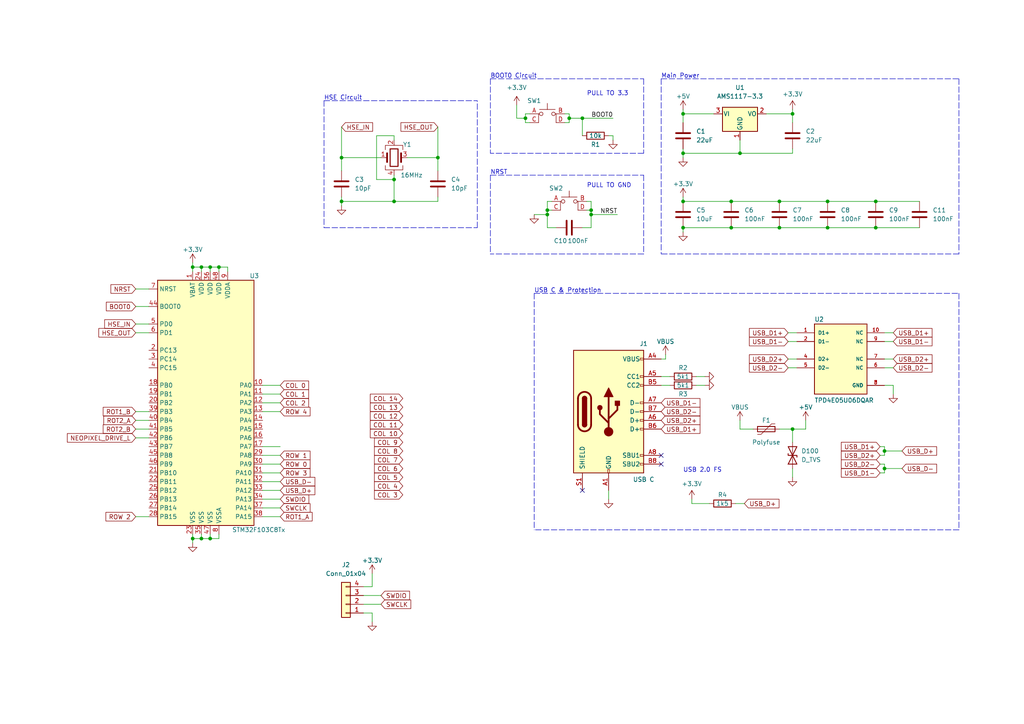
<source format=kicad_sch>
(kicad_sch (version 20211123) (generator eeschema)
  (paper "A4")
  (title_block (date "2022-07-16"))
  (junction (at 429.26 109.22))
  (junction (at 158.75 62.23))
  (junction (at 256.54 135.89))
  (junction (at 551.18 48.26))
  (junction (at 388.62 139.7))
  (junction (at 312.42 86.36))
  (junction (at 373.38 86.36))
  (junction (at 571.5 170.18))
  (junction (at 440.69 -26.67))
  (junction (at 212.09 66.04))
  (junction (at 571.5 48.26))
  (junction (at 495.3 86.36))
  (junction (at 510.54 78.74))
  (junction (at 596.9 50.8))
  (junction (at 334.01 -48.26))
  (junction (at 312.42 55.88))
  (junction (at 240.03 58.42))
  (junction (at 612.14 71.12))
  (junction (at 612.14 40.64))
  (junction (at 571.5 78.74))
  (junction (at 576.58 116.84))
  (junction (at 515.62 55.88))
  (junction (at 434.34 25.4))
  (junction (at 214.63 44.45))
  (junction (at 515.62 116.84))
  (junction (at 63.5 77.47))
  (junction (at 612.14 170.18))
  (junction (at 168.91 34.29))
  (junction (at 454.66 86.36))
  (junction (at 449.58 109.22))
  (junction (at 347.98 48.26))
  (junction (at 368.3 78.74))
  (junction (at 515.62 25.4))
  (junction (at 591.82 139.7))
  (junction (at 99.06 58.42))
  (junction (at 510.54 48.26))
  (junction (at 495.3 25.4))
  (junction (at 229.87 124.46))
  (junction (at 490.22 139.7))
  (junction (at 596.9 20.32))
  (junction (at 353.06 25.4))
  (junction (at 596.9 25.4))
  (junction (at 353.06 116.84))
  (junction (at 535.94 25.4))
  (junction (at 388.62 109.22))
  (junction (at 408.94 109.22))
  (junction (at 332.74 86.36))
  (junction (at 312.42 25.4))
  (junction (at 430.53 -30.48))
  (junction (at 212.09 58.42))
  (junction (at 551.18 78.74))
  (junction (at 165.1 34.29))
  (junction (at 429.26 48.26))
  (junction (at 449.58 78.74))
  (junction (at 434.34 116.84))
  (junction (at 556.26 25.4))
  (junction (at 332.74 25.4))
  (junction (at 347.98 170.18))
  (junction (at 495.3 116.84))
  (junction (at 408.94 48.26))
  (junction (at 347.98 78.74))
  (junction (at 551.18 170.18))
  (junction (at 171.45 60.96))
  (junction (at 535.94 55.88))
  (junction (at 60.96 77.47))
  (junction (at 353.06 86.36))
  (junction (at 490.22 109.22))
  (junction (at 591.82 170.18))
  (junction (at 368.3 48.26))
  (junction (at 510.54 170.18))
  (junction (at 314.96 -58.42))
  (junction (at 373.38 25.4))
  (junction (at 368.3 109.22))
  (junction (at 556.26 116.84))
  (junction (at 469.9 48.26))
  (junction (at 314.96 -16.51))
  (junction (at 314.96 -48.26))
  (junction (at 393.7 25.4))
  (junction (at 551.18 109.22))
  (junction (at 406.4 -26.67))
  (junction (at 490.22 78.74))
  (junction (at 510.54 139.7))
  (junction (at 591.82 78.74))
  (junction (at 414.02 55.88))
  (junction (at 530.86 109.22))
  (junction (at 393.7 86.36))
  (junction (at 388.62 78.74))
  (junction (at 449.58 48.26))
  (junction (at 58.42 77.47))
  (junction (at 332.74 55.88))
  (junction (at 591.82 48.26))
  (junction (at 449.58 139.7))
  (junction (at 469.9 139.7))
  (junction (at 515.62 86.36))
  (junction (at 373.38 55.88))
  (junction (at 612.14 109.22))
  (junction (at 158.75 60.96))
  (junction (at 240.03 66.04))
  (junction (at 612.14 78.74))
  (junction (at 198.12 58.42))
  (junction (at 334.01 -16.51))
  (junction (at 612.14 139.7))
  (junction (at 596.9 55.88))
  (junction (at 114.3 52.07))
  (junction (at 353.06 55.88))
  (junction (at 596.9 116.84))
  (junction (at 576.58 55.88))
  (junction (at 530.86 78.74))
  (junction (at 535.94 116.84))
  (junction (at 256.54 130.81))
  (junction (at 334.01 -58.42))
  (junction (at 254 58.42))
  (junction (at 575.31 86.36))
  (junction (at 414.02 25.4))
  (junction (at 368.3 170.18))
  (junction (at 556.26 55.88))
  (junction (at 198.12 66.04))
  (junction (at 510.54 109.22))
  (junction (at 454.66 55.88))
  (junction (at 414.02 86.36))
  (junction (at 596.9 86.36))
  (junction (at 530.86 139.7))
  (junction (at 590.55 109.22))
  (junction (at 114.3 58.42))
  (junction (at 490.22 48.26))
  (junction (at 449.58 170.18))
  (junction (at 495.3 55.88))
  (junction (at 474.98 55.88))
  (junction (at 393.7 55.88))
  (junction (at 454.66 25.4))
  (junction (at 254 66.04))
  (junction (at 226.06 66.04))
  (junction (at 551.18 139.7))
  (junction (at 334.01 -34.29))
  (junction (at 429.26 78.74))
  (junction (at 571.5 139.7))
  (junction (at 388.62 48.26))
  (junction (at 408.94 139.7))
  (junction (at 469.9 78.74))
  (junction (at 430.53 -22.86))
  (junction (at 612.14 48.26))
  (junction (at 474.98 25.4))
  (junction (at 198.12 44.45))
  (junction (at 152.4 34.29))
  (junction (at 368.3 139.7))
  (junction (at 429.26 139.7))
  (junction (at 396.24 -22.86))
  (junction (at 469.9 109.22))
  (junction (at 576.58 25.4))
  (junction (at 99.06 45.72))
  (junction (at 474.98 86.36))
  (junction (at 198.12 33.02))
  (junction (at 60.96 156.21))
  (junction (at 226.06 58.42))
  (junction (at 408.94 78.74))
  (junction (at 127 45.72))
  (junction (at 396.24 -30.48))
  (junction (at 171.45 62.23))
  (junction (at 55.88 156.21))
  (junction (at 434.34 55.88))
  (junction (at 347.98 109.22))
  (junction (at 55.88 77.47))
  (junction (at 229.87 33.02))
  (junction (at 530.86 170.18))
  (junction (at 535.94 86.36))
  (junction (at 314.96 -34.29))
  (junction (at 58.42 156.21))
  (junction (at 434.34 86.36))
  (junction (at 530.86 48.26))
  (junction (at 312.42 116.84))
  (no_connect (at 191.77 134.62))
  (no_connect (at 191.77 132.08))
  (no_connect (at 360.68 -25.4))
  (no_connect (at 168.91 142.24))
  (wire (pts (xy 591.82 78.74) (xy 612.14 78.74)))
  (wire (pts (xy 256.54 130.81) (xy 256.54 132.08)))
  (wire (pts (xy 596.9 25.4) (xy 596.9 50.8)))
  (wire (pts (xy 198.12 66.04) (xy 198.12 67.31)))
  (wire (pts (xy 314.96 -16.51) (xy 334.01 -16.51)))
  (wire (pts (xy 429.26 48.26) (xy 449.58 48.26)))
  (wire (pts (xy 179.07 62.23) (xy 171.45 62.23)))
  (wire (pts (xy 63.5 77.47) (xy 63.5 78.74)))
  (wire (pts (xy 429.26 78.74) (xy 449.58 78.74)))
  (wire (pts (xy 158.75 60.96) (xy 158.75 62.23)))
  (wire (pts (xy 55.88 77.47) (xy 58.42 77.47)))
  (wire (pts (xy 571.5 48.26) (xy 591.82 48.26)))
  (wire (pts (xy 39.37 119.38) (xy 43.18 119.38)))
  (wire (pts (xy 165.1 35.56) (xy 163.83 35.56)))
  (wire (pts (xy 327.66 139.7) (xy 368.3 139.7)))
  (wire (pts (xy 495.3 116.84) (xy 495.3 147.32)))
  (wire (pts (xy 621.03 25.4) (xy 622.3 25.4)))
  (wire (pts (xy 39.37 88.9) (xy 43.18 88.9)))
  (wire (pts (xy 576.58 114.3) (xy 575.31 114.3)))
  (wire (pts (xy 55.88 156.21) (xy 55.88 157.48)))
  (wire (pts (xy 430.53 -38.1) (xy 431.8 -38.1)))
  (wire (pts (xy 168.91 34.29) (xy 177.8 34.29)))
  (wire (pts (xy 368.3 109.22) (xy 388.62 109.22)))
  (wire (pts (xy 347.98 109.22) (xy 368.3 109.22)))
  (wire (pts (xy 314.96 -58.42) (xy 334.01 -58.42)))
  (wire (pts (xy 515.62 25.4) (xy 515.62 55.88)))
  (wire (pts (xy 515.62 55.88) (xy 515.62 86.36)))
  (wire (pts (xy 353.06 -48.26) (xy 353.06 -49.53)))
  (wire (pts (xy 198.12 58.42) (xy 212.09 58.42)))
  (wire (pts (xy 312.42 15.24) (xy 312.42 25.4)))
  (wire (pts (xy 530.86 139.7) (xy 510.54 139.7)))
  (wire (pts (xy 495.3 15.24) (xy 495.3 25.4)))
  (wire (pts (xy 254 58.42) (xy 266.7 58.42)))
  (wire (pts (xy 327.66 48.26) (xy 347.98 48.26)))
  (wire (pts (xy 168.91 34.29) (xy 168.91 39.37)))
  (wire (pts (xy 510.54 139.7) (xy 490.22 139.7)))
  (wire (pts (xy 191.77 104.14) (xy 193.04 104.14)))
  (wire (pts (xy 576.58 15.24) (xy 576.58 25.4)))
  (wire (pts (xy 405.13 -30.48) (xy 406.4 -30.48)))
  (wire (pts (xy 214.63 121.92) (xy 214.63 124.46)))
  (wire (pts (xy 510.54 48.26) (xy 530.86 48.26)))
  (wire (pts (xy 259.08 99.06) (xy 256.54 99.06)))
  (wire (pts (xy 160.02 58.42) (xy 158.75 58.42)))
  (wire (pts (xy 327.66 109.22) (xy 347.98 109.22)))
  (wire (pts (xy 515.62 116.84) (xy 515.62 147.32)))
  (wire (pts (xy 177.8 39.37) (xy 176.53 39.37)))
  (wire (pts (xy 109.22 39.37) (xy 109.22 52.07)))
  (wire (pts (xy 347.98 170.18) (xy 368.3 170.18)))
  (wire (pts (xy 530.86 170.18) (xy 551.18 170.18)))
  (wire (pts (xy 204.47 111.76) (xy 201.93 111.76)))
  (wire (pts (xy 256.54 106.68) (xy 259.08 106.68)))
  (wire (pts (xy 495.3 86.36) (xy 495.3 116.84)))
  (wire (pts (xy 240.03 66.04) (xy 254 66.04)))
  (wire (pts (xy 393.7 55.88) (xy 393.7 86.36)))
  (wire (pts (xy 233.68 124.46) (xy 233.68 121.92)))
  (wire (pts (xy 454.66 25.4) (xy 454.66 55.88)))
  (wire (pts (xy 327.66 78.74) (xy 347.98 78.74)))
  (wire (pts (xy 474.98 15.24) (xy 474.98 25.4)))
  (wire (pts (xy 334.01 -16.51) (xy 334.01 -17.78)))
  (wire (pts (xy 490.22 48.26) (xy 510.54 48.26)))
  (wire (pts (xy 212.09 58.42) (xy 226.06 58.42)))
  (wire (pts (xy 576.58 25.4) (xy 576.58 55.88)))
  (polyline (pts (xy 278.13 85.09) (xy 278.13 153.67)))
  (wire (pts (xy 226.06 124.46) (xy 229.87 124.46)))
  (wire (pts (xy 353.06 86.36) (xy 353.06 116.84)))
  (wire (pts (xy 612.14 139.7) (xy 591.82 139.7)))
  (wire (pts (xy 200.66 144.78) (xy 200.66 146.05)))
  (wire (pts (xy 495.3 25.4) (xy 495.3 55.88)))
  (polyline (pts (xy 154.94 85.09) (xy 154.94 153.67)))
  (wire (pts (xy 55.88 76.2) (xy 55.88 77.47)))
  (wire (pts (xy 535.94 25.4) (xy 535.94 55.88)))
  (wire (pts (xy 490.22 78.74) (xy 510.54 78.74)))
  (polyline (pts (xy 138.43 66.04) (xy 138.43 29.21)))
  (wire (pts (xy 556.26 55.88) (xy 556.26 116.84)))
  (wire (pts (xy 535.94 15.24) (xy 535.94 25.4)))
  (wire (pts (xy 449.58 48.26) (xy 469.9 48.26)))
  (wire (pts (xy 170.18 60.96) (xy 171.45 60.96)))
  (wire (pts (xy 353.06 -34.29) (xy 353.06 -33.02)))
  (wire (pts (xy 259.08 111.76) (xy 256.54 111.76)))
  (wire (pts (xy 612.14 139.7) (xy 622.3 139.7)))
  (wire (pts (xy 107.95 170.18) (xy 105.41 170.18)))
  (wire (pts (xy 99.06 58.42) (xy 114.3 58.42)))
  (wire (pts (xy 440.69 -26.67) (xy 440.69 -22.86)))
  (wire (pts (xy 39.37 83.82) (xy 43.18 83.82)))
  (wire (pts (xy 240.03 58.42) (xy 254 58.42)))
  (wire (pts (xy 510.54 170.18) (xy 530.86 170.18)))
  (wire (pts (xy 353.06 116.84) (xy 353.06 147.32)))
  (wire (pts (xy 440.69 -26.67) (xy 441.96 -26.67)))
  (wire (pts (xy 332.74 86.36) (xy 332.74 147.32)))
  (wire (pts (xy 110.49 175.26) (xy 105.41 175.26)))
  (wire (pts (xy 596.9 86.36) (xy 596.9 116.84)))
  (wire (pts (xy 408.94 48.26) (xy 429.26 48.26)))
  (wire (pts (xy 81.28 137.16) (xy 76.2 137.16)))
  (wire (pts (xy 341.63 -25.4) (xy 345.44 -25.4)))
  (wire (pts (xy 439.42 -15.24) (xy 440.69 -15.24)))
  (wire (pts (xy 388.62 78.74) (xy 408.94 78.74)))
  (wire (pts (xy 109.22 52.07) (xy 114.3 52.07)))
  (wire (pts (xy 228.6 96.52) (xy 231.14 96.52)))
  (wire (pts (xy 576.58 55.88) (xy 576.58 68.58)))
  (wire (pts (xy 314.96 -36.83) (xy 314.96 -34.29)))
  (wire (pts (xy 556.26 116.84) (xy 556.26 147.32)))
  (polyline (pts (xy 278.13 73.66) (xy 191.77 73.66)))
  (wire (pts (xy 596.9 50.8) (xy 621.03 50.8)))
  (wire (pts (xy 158.75 66.04) (xy 161.29 66.04)))
  (wire (pts (xy 39.37 93.98) (xy 43.18 93.98)))
  (wire (pts (xy 332.74 25.4) (xy 332.74 55.88)))
  (wire (pts (xy 612.14 109.22) (xy 622.3 109.22)))
  (wire (pts (xy 449.58 109.22) (xy 469.9 109.22)))
  (wire (pts (xy 81.28 129.54) (xy 76.2 129.54)))
  (wire (pts (xy 114.3 39.37) (xy 109.22 39.37)))
  (wire (pts (xy 314.96 -17.78) (xy 314.96 -16.51)))
  (wire (pts (xy 158.75 58.42) (xy 158.75 60.96)))
  (wire (pts (xy 430.53 -30.48) (xy 430.53 -38.1)))
  (wire (pts (xy 304.8 -25.4) (xy 307.34 -25.4)))
  (wire (pts (xy 198.12 35.56) (xy 198.12 33.02)))
  (wire (pts (xy 107.95 180.34) (xy 107.95 177.8)))
  (wire (pts (xy 99.06 45.72) (xy 110.49 45.72)))
  (wire (pts (xy 434.34 86.36) (xy 434.34 116.84)))
  (wire (pts (xy 551.18 109.22) (xy 590.55 109.22)))
  (wire (pts (xy 414.02 15.24) (xy 414.02 25.4)))
  (wire (pts (xy 621.03 20.32) (xy 621.03 25.4)))
  (wire (pts (xy 76.2 116.84) (xy 81.28 116.84)))
  (wire (pts (xy 394.97 -22.86) (xy 396.24 -22.86)))
  (polyline (pts (xy 309.88 12.7) (xy 619.76 12.7)))
  (wire (pts (xy 229.87 44.45) (xy 229.87 43.18)))
  (wire (pts (xy 571.5 139.7) (xy 551.18 139.7)))
  (wire (pts (xy 393.7 15.24) (xy 393.7 25.4)))
  (wire (pts (xy 591.82 139.7) (xy 571.5 139.7)))
  (wire (pts (xy 58.42 77.47) (xy 58.42 78.74)))
  (polyline (pts (xy 191.77 22.86) (xy 191.77 73.66)))
  (wire (pts (xy 434.34 116.84) (xy 434.34 147.32)))
  (wire (pts (xy 322.58 -25.4) (xy 326.39 -25.4)))
  (wire (pts (xy 353.06 15.24) (xy 353.06 25.4)))
  (wire (pts (xy 107.95 177.8) (xy 105.41 177.8)))
  (wire (pts (xy 149.86 30.48) (xy 149.86 34.29)))
  (wire (pts (xy 393.7 86.36) (xy 393.7 116.84)))
  (wire (pts (xy 229.87 35.56) (xy 229.87 33.02)))
  (wire (pts (xy 81.28 142.24) (xy 76.2 142.24)))
  (polyline (pts (xy 186.69 50.8) (xy 186.69 73.66)))
  (wire (pts (xy 612.14 170.18) (xy 622.3 170.18)))
  (wire (pts (xy 429.26 -30.48) (xy 430.53 -30.48)))
  (wire (pts (xy 414.02 55.88) (xy 414.02 86.36)))
  (wire (pts (xy 127 58.42) (xy 127 57.15)))
  (polyline (pts (xy 619.76 175.26) (xy 302.26 175.26)))
  (wire (pts (xy 414.02 86.36) (xy 414.02 116.84)))
  (polyline (pts (xy 154.94 85.09) (xy 278.13 85.09)))
  (polyline (pts (xy 93.98 29.21) (xy 93.98 66.04)))
  (wire (pts (xy 551.18 78.74) (xy 571.5 78.74)))
  (polyline (pts (xy 619.76 12.7) (xy 619.76 175.26)))
  (wire (pts (xy 334.01 -16.51) (xy 353.06 -16.51)))
  (wire (pts (xy 429.26 139.7) (xy 408.94 139.7)))
  (wire (pts (xy 198.12 33.02) (xy 207.01 33.02)))
  (wire (pts (xy 314.96 -16.51) (xy 314.96 -13.97)))
  (wire (pts (xy 165.1 34.29) (xy 165.1 35.56)))
  (wire (pts (xy 63.5 154.94) (xy 63.5 156.21)))
  (wire (pts (xy 405.13 -38.1) (xy 406.4 -38.1)))
  (wire (pts (xy 255.27 134.62) (xy 256.54 134.62)))
  (wire (pts (xy 551.18 170.18) (xy 571.5 170.18)))
  (wire (pts (xy 405.13 -15.24) (xy 406.4 -15.24)))
  (wire (pts (xy 107.95 166.37) (xy 107.95 170.18)))
  (wire (pts (xy 314.96 -48.26) (xy 314.96 -46.99)))
  (wire (pts (xy 110.49 172.72) (xy 105.41 172.72)))
  (wire (pts (xy 406.4 -22.86) (xy 405.13 -22.86)))
  (wire (pts (xy 328.93 -6.35) (xy 328.93 -1.27)))
  (wire (pts (xy 334.01 -34.29) (xy 353.06 -34.29)))
  (wire (pts (xy 81.28 114.3) (xy 76.2 114.3)))
  (wire (pts (xy 314.96 -58.42) (xy 314.96 -57.15)))
  (wire (pts (xy 256.54 135.89) (xy 256.54 137.16)))
  (wire (pts (xy 152.4 35.56) (xy 153.67 35.56)))
  (wire (pts (xy 596.9 50.8) (xy 596.9 55.88)))
  (wire (pts (xy 551.18 139.7) (xy 530.86 139.7)))
  (wire (pts (xy 99.06 57.15) (xy 99.06 58.42)))
  (wire (pts (xy 81.28 144.78) (xy 76.2 144.78)))
  (wire (pts (xy 229.87 33.02) (xy 222.25 33.02)))
  (wire (pts (xy 368.3 48.26) (xy 388.62 48.26)))
  (wire (pts (xy 440.69 -22.86) (xy 439.42 -22.86)))
  (wire (pts (xy 332.74 55.88) (xy 332.74 86.36)))
  (wire (pts (xy 612.14 71.12) (xy 627.38 71.12)))
  (wire (pts (xy 353.06 55.88) (xy 353.06 86.36)))
  (wire (pts (xy 60.96 77.47) (xy 60.96 78.74)))
  (wire (pts (xy 353.06 -16.51) (xy 353.06 -17.78)))
  (wire (pts (xy 58.42 154.94) (xy 58.42 156.21)))
  (wire (pts (xy 228.6 104.14) (xy 231.14 104.14)))
  (wire (pts (xy 152.4 33.02) (xy 152.4 34.29)))
  (wire (pts (xy 430.53 -15.24) (xy 431.8 -15.24)))
  (wire (pts (xy 198.12 66.04) (xy 212.09 66.04)))
  (wire (pts (xy 254 66.04) (xy 266.7 66.04)))
  (wire (pts (xy 408.94 78.74) (xy 429.26 78.74)))
  (wire (pts (xy 194.31 111.76) (xy 191.77 111.76)))
  (wire (pts (xy 510.54 109.22) (xy 530.86 109.22)))
  (wire (pts (xy 114.3 58.42) (xy 127 58.42)))
  (wire (pts (xy 490.22 139.7) (xy 469.9 139.7)))
  (wire (pts (xy 449.58 170.18) (xy 510.54 170.18)))
  (wire (pts (xy 510.54 78.74) (xy 530.86 78.74)))
  (wire (pts (xy 81.28 139.7) (xy 76.2 139.7)))
  (wire (pts (xy 440.69 -30.48) (xy 440.69 -26.67)))
  (wire (pts (xy 571.5 170.18) (xy 591.82 170.18)))
  (wire (pts (xy 256.54 130.81) (xy 261.62 130.81)))
  (wire (pts (xy 198.12 44.45) (xy 214.63 44.45)))
  (wire (pts (xy 163.83 33.02) (xy 165.1 33.02)))
  (wire (pts (xy 60.96 77.47) (xy 63.5 77.47)))
  (wire (pts (xy 334.01 -58.42) (xy 353.06 -58.42)))
  (wire (pts (xy 596.9 20.32) (xy 621.03 20.32)))
  (wire (pts (xy 394.97 -30.48) (xy 396.24 -30.48)))
  (wire (pts (xy 312.42 86.36) (xy 312.42 116.84)))
  (wire (pts (xy 204.47 109.22) (xy 201.93 109.22)))
  (wire (pts (xy 99.06 58.42) (xy 99.06 59.69)))
  (wire (pts (xy 576.58 116.84) (xy 576.58 114.3)))
  (wire (pts (xy 347.98 48.26) (xy 368.3 48.26)))
  (wire (pts (xy 575.31 68.58) (xy 576.58 68.58)))
  (wire (pts (xy 590.55 109.22) (xy 612.14 109.22)))
  (wire (pts (xy 60.96 154.94) (xy 60.96 156.21)))
  (polyline (pts (xy 186.69 22.86) (xy 186.69 44.45)))
  (wire (pts (xy 171.45 66.04) (xy 168.91 66.04)))
  (wire (pts (xy 63.5 77.47) (xy 66.04 77.47)))
  (wire (pts (xy 469.9 48.26) (xy 490.22 48.26)))
  (wire (pts (xy 434.34 55.88) (xy 434.34 86.36)))
  (wire (pts (xy 259.08 104.14) (xy 256.54 104.14)))
  (wire (pts (xy 495.3 55.88) (xy 495.3 86.36)))
  (wire (pts (xy 406.4 -30.48) (xy 406.4 -26.67)))
  (wire (pts (xy 58.42 77.47) (xy 60.96 77.47)))
  (wire (pts (xy 312.42 116.84) (xy 312.42 147.32)))
  (wire (pts (xy 596.9 15.24) (xy 596.9 20.32)))
  (wire (pts (xy 575.31 86.36) (xy 575.31 68.58)))
  (wire (pts (xy 325.12 -6.35) (xy 328.93 -6.35)))
  (wire (pts (xy 81.28 134.62) (xy 76.2 134.62)))
  (wire (pts (xy 571.5 78.74) (xy 591.82 78.74)))
  (wire (pts (xy 212.09 66.04) (xy 226.06 66.04)))
  (wire (pts (xy 388.62 109.22) (xy 408.94 109.22)))
  (wire (pts (xy 229.87 124.46) (xy 229.87 128.27)))
  (wire (pts (xy 314.96 -34.29) (xy 334.01 -34.29)))
  (wire (pts (xy 63.5 156.21) (xy 60.96 156.21)))
  (wire (pts (xy 474.98 55.88) (xy 474.98 86.36)))
  (wire (pts (xy 114.3 52.07) (xy 114.3 50.8)))
  (wire (pts (xy 198.12 57.15) (xy 198.12 58.42)))
  (polyline (pts (xy 186.69 44.45) (xy 142.24 44.45)))
  (wire (pts (xy 39.37 121.92) (xy 43.18 121.92)))
  (wire (pts (xy 430.53 -22.86) (xy 431.8 -22.86)))
  (wire (pts (xy 76.2 119.38) (xy 81.28 119.38)))
  (wire (pts (xy 152.4 34.29) (xy 152.4 35.56)))
  (wire (pts (xy 228.6 99.06) (xy 231.14 99.06)))
  (wire (pts (xy 393.7 25.4) (xy 393.7 55.88)))
  (wire (pts (xy 177.8 40.64) (xy 177.8 39.37)))
  (wire (pts (xy 55.88 154.94) (xy 55.88 156.21)))
  (wire (pts (xy 368.3 170.18) (xy 449.58 170.18)))
  (wire (pts (xy 229.87 135.89) (xy 229.87 138.43)))
  (wire (pts (xy 194.31 109.22) (xy 191.77 109.22)))
  (wire (pts (xy 81.28 132.08) (xy 76.2 132.08)))
  (wire (pts (xy 118.11 45.72) (xy 127 45.72)))
  (wire (pts (xy 469.9 109.22) (xy 490.22 109.22)))
  (wire (pts (xy 256.54 129.54) (xy 256.54 130.81)))
  (wire (pts (xy 576.58 147.32) (xy 576.58 116.84)))
  (wire (pts (xy 81.28 147.32) (xy 76.2 147.32)))
  (wire (pts (xy 430.53 -22.86) (xy 430.53 -15.24)))
  (wire (pts (xy 612.14 78.74) (xy 681.99 78.74)))
  (polyline (pts (xy 302.26 17.78) (xy 302.26 12.7)))
  (wire (pts (xy 170.18 58.42) (xy 171.45 58.42)))
  (wire (pts (xy 127 45.72) (xy 127 49.53)))
  (wire (pts (xy 373.38 15.24) (xy 373.38 25.4)))
  (wire (pts (xy 515.62 86.36) (xy 515.62 116.84)))
  (wire (pts (xy 596.9 116.84) (xy 596.9 147.32)))
  (wire (pts (xy 198.12 31.75) (xy 198.12 33.02)))
  (wire (pts (xy 454.66 86.36) (xy 454.66 116.84)))
  (wire (pts (xy 368.3 78.74) (xy 388.62 78.74)))
  (wire (pts (xy 176.53 142.24) (xy 176.53 144.78)))
  (wire (pts (xy 160.02 60.96) (xy 158.75 60.96)))
  (wire (pts (xy 388.62 48.26) (xy 408.94 48.26)))
  (wire (pts (xy 439.42 -30.48) (xy 440.69 -30.48)))
  (wire (pts (xy 396.24 -38.1) (xy 397.51 -38.1)))
  (wire (pts (xy 229.87 124.46) (xy 233.68 124.46)))
  (wire (pts (xy 408.94 109.22) (xy 429.26 109.22)))
  (wire (pts (xy 114.3 40.64) (xy 114.3 39.37)))
  (wire (pts (xy 256.54 96.52) (xy 259.08 96.52)))
  (wire (pts (xy 434.34 15.24) (xy 434.34 25.4)))
  (wire (pts (xy 490.22 109.22) (xy 510.54 109.22)))
  (wire (pts (xy 312.42 55.88) (xy 312.42 86.36)))
  (wire (pts (xy 408.94 139.7) (xy 388.62 139.7)))
  (wire (pts (xy 256.54 134.62) (xy 256.54 135.89)))
  (wire (pts (xy 328.93 -1.27) (xy 325.12 -1.27)))
  (wire (pts (xy 259.08 114.3) (xy 259.08 111.76)))
  (wire (pts (xy 314.96 -59.69) (xy 314.96 -58.42)))
  (polyline (pts (xy 186.69 73.66) (xy 142.24 73.66)))
  (wire (pts (xy 229.87 31.75) (xy 229.87 33.02)))
  (wire (pts (xy 621.03 55.88) (xy 622.3 55.88)))
  (wire (pts (xy 406.4 -26.67) (xy 406.4 -22.86)))
  (wire (pts (xy 591.82 48.26) (xy 612.14 48.26)))
  (wire (pts (xy 530.86 109.22) (xy 551.18 109.22)))
  (wire (pts (xy 99.06 36.83) (xy 99.06 45.72)))
  (wire (pts (xy 55.88 78.74) (xy 55.88 77.47)))
  (wire (pts (xy 530.86 78.74) (xy 551.18 78.74)))
  (wire (pts (xy 214.63 40.64) (xy 214.63 44.45)))
  (wire (pts (xy 434.34 25.4) (xy 434.34 55.88)))
  (wire (pts (xy 612.14 40.64) (xy 627.38 40.64)))
  (polyline (pts (xy 142.24 50.8) (xy 142.24 73.66)))
  (wire (pts (xy 530.86 48.26) (xy 551.18 48.26)))
  (wire (pts (xy 449.58 78.74) (xy 469.9 78.74)))
  (wire (pts (xy 226.06 58.42) (xy 240.03 58.42)))
  (wire (pts (xy 193.04 102.87) (xy 193.04 104.14)))
  (wire (pts (xy 158.75 62.23) (xy 154.94 62.23)))
  (wire (pts (xy 171.45 60.96) (xy 171.45 62.23)))
  (wire (pts (xy 334.01 -49.53) (xy 334.01 -48.26)))
  (wire (pts (xy 228.6 106.68) (xy 231.14 106.68)))
  (wire (pts (xy 327.66 170.18) (xy 347.98 170.18)))
  (wire (pts (xy 39.37 96.52) (xy 43.18 96.52)))
  (polyline (pts (xy 93.98 66.04) (xy 138.43 66.04)))
  (wire (pts (xy 353.06 25.4) (xy 353.06 55.88)))
  (wire (pts (xy 414.02 25.4) (xy 414.02 55.88)))
  (wire (pts (xy 469.9 139.7) (xy 449.58 139.7)))
  (wire (pts (xy 334.01 -58.42) (xy 334.01 -57.15)))
  (wire (pts (xy 429.26 109.22) (xy 449.58 109.22)))
  (wire (pts (xy 439.42 -38.1) (xy 440.69 -38.1)))
  (wire (pts (xy 596.9 55.88) (xy 596.9 86.36)))
  (wire (pts (xy 171.45 58.42) (xy 171.45 60.96)))
  (wire (pts (xy 198.12 44.45) (xy 198.12 45.72)))
  (wire (pts (xy 353.06 -58.42) (xy 353.06 -57.15)))
  (wire (pts (xy 214.63 124.46) (xy 218.44 124.46)))
  (wire (pts (xy 612.14 48.26) (xy 681.99 48.26)))
  (wire (pts (xy 171.45 62.23) (xy 171.45 66.04)))
  (polyline (pts (xy 142.24 50.8) (xy 186.69 50.8)))
  (wire (pts (xy 575.31 114.3) (xy 575.31 86.36)))
  (wire (pts (xy 214.63 44.45) (xy 229.87 44.45)))
  (wire (pts (xy 396.24 -22.86) (xy 397.51 -22.86)))
  (wire (pts (xy 39.37 127) (xy 43.18 127)))
  (wire (pts (xy 158.75 62.23) (xy 158.75 66.04)))
  (wire (pts (xy 60.96 156.21) (xy 58.42 156.21)))
  (wire (pts (xy 621.03 50.8) (xy 621.03 55.88)))
  (polyline (pts (xy 142.24 22.86) (xy 186.69 22.86)))
  (wire (pts (xy 39.37 124.46) (xy 43.18 124.46)))
  (wire (pts (xy 454.66 15.24) (xy 454.66 25.4)))
  (wire (pts (xy 149.86 34.29) (xy 152.4 34.29)))
  (wire (pts (xy 256.54 135.89) (xy 261.62 135.89)))
  (wire (pts (xy 314.96 -48.26) (xy 334.01 -48.26)))
  (wire (pts (xy 449.58 139.7) (xy 429.26 139.7)))
  (wire (pts (xy 165.1 34.29) (xy 168.91 34.29)))
  (wire (pts (xy 99.06 49.53) (xy 99.06 45.72)))
  (wire (pts (xy 388.62 139.7) (xy 368.3 139.7)))
  (wire (pts (xy 165.1 33.02) (xy 165.1 34.29)))
  (polyline (pts (xy 278.13 22.86) (xy 278.13 73.66)))
  (wire (pts (xy 332.74 15.24) (xy 332.74 25.4)))
  (wire (pts (xy 642.62 55.88) (xy 643.89 55.88)))
  (wire (pts (xy 396.24 -30.48) (xy 397.51 -30.48)))
  (wire (pts (xy 535.94 55.88) (xy 535.94 86.36)))
  (wire (pts (xy 314.96 -34.29) (xy 314.96 -33.02)))
  (wire (pts (xy 39.37 149.86) (xy 43.18 149.86)))
  (wire (pts (xy 312.42 25.4) (xy 312.42 55.88)))
  (wire (pts (xy 81.28 149.86) (xy 76.2 149.86)))
  (wire (pts (xy 406.4 -26.67) (xy 407.67 -26.67)))
  (wire (pts (xy 469.9 78.74) (xy 490.22 78.74)))
  (polyline (pts (xy 191.77 22.86) (xy 278.13 22.86)))
  (wire (pts (xy 642.62 25.4) (xy 643.89 25.4)))
  (wire (pts (xy 334.01 -34.29) (xy 334.01 -33.02)))
  (wire (pts (xy 198.12 43.18) (xy 198.12 44.45)))
  (wire (pts (xy 114.3 52.07) (xy 114.3 58.42)))
  (wire (pts (xy 58.42 156.21) (xy 55.88 156.21)))
  (polyline (pts (xy 302.26 175.26) (xy 302.26 17.78)))
  (wire (pts (xy 314.96 -49.53) (xy 314.96 -48.26)))
  (wire (pts (xy 373.38 86.36) (xy 373.38 116.84)))
  (wire (pts (xy 429.26 -22.86) (xy 430.53 -22.86)))
  (wire (pts (xy 396.24 -30.48) (xy 396.24 -38.1)))
  (wire (pts (xy 396.24 -15.24) (xy 397.51 -15.24)))
  (wire (pts (xy 430.53 -30.48) (xy 431.8 -30.48)))
  (polyline (pts (xy 302.26 12.7) (xy 309.88 12.7)))
  (wire (pts (xy 256.54 137.16) (xy 255.27 137.16)))
  (wire (pts (xy 535.94 86.36) (xy 535.94 116.84)))
  (wire (pts (xy 551.18 48.26) (xy 571.5 48.26)))
  (wire (pts (xy 200.66 146.05) (xy 205.74 146.05)))
  (wire (pts (xy 515.62 15.24) (xy 515.62 25.4)))
  (wire (pts (xy 454.66 55.88) (xy 454.66 86.36)))
  (wire (pts (xy 255.27 129.54) (xy 256.54 129.54)))
  (wire (pts (xy 66.04 77.47) (xy 66.04 78.74)))
  (wire (pts (xy 256.54 132.08) (xy 255.27 132.08)))
  (wire (pts (xy 373.38 55.88) (xy 373.38 86.36)))
  (wire (pts (xy 591.82 170.18) (xy 612.14 170.18)))
  (wire (pts (xy 153.67 33.02) (xy 152.4 33.02)))
  (wire (pts (xy 127 36.83) (xy 127 45.72)))
  (polyline (pts (xy 278.13 153.67) (xy 154.94 153.67)))
  (wire (pts (xy 347.98 78.74) (xy 368.3 78.74)))
  (wire (pts (xy 226.06 66.04) (xy 240.03 66.04)))
  (wire (pts (xy 556.26 15.24) (xy 556.26 25.4)))
  (polyline (pts (xy 142.24 22.86) (xy 142.24 44.45)))
  (polyline (pts (xy 93.98 29.21) (xy 138.43 29.21)))
  (wire (pts (xy 215.9 146.05) (xy 213.36 146.05)))
  (wire (pts (xy 396.24 -22.86) (xy 396.24 -15.24)))
  (wire (pts (xy 535.94 116.84) (xy 535.94 147.32)))
  (wire (pts (xy 81.28 111.76) (xy 76.2 111.76)))
  (wire (pts (xy 373.38 25.4) (xy 373.38 55.88)))
  (wire (pts (xy 334.01 -48.26) (xy 353.06 -48.26)))
  (wire (pts (xy 474.98 86.36) (xy 474.98 116.84)))
  (wire (pts (xy 556.26 25.4) (xy 556.26 55.88)))
  (wire (pts (xy 474.98 25.4) (xy 474.98 55.88)))
  (wire (pts (xy 596.9 20.32) (xy 596.9 25.4)))
  (text "PULL TO 3.3" (at 170.18 27.94 0) (effects (font (size 1.27 1.27)) (justify left bottom)))
  (text "USB C & Protection" (at 154.94 85.09 0) (effects (font (size 1.27 1.27)) (justify left bottom)))
  (text "Main Power" (at 191.77 22.86 0) (effects (font (size 1.27 1.27)) (justify left bottom)))
  (text "HSE Circuit" (at 93.98 29.21 0) (effects (font (size 1.27 1.27)) (justify left bottom)))
  (text "NRST" (at 142.24 50.8 0) (effects (font (size 1.27 1.27)) (justify left bottom)))
  (text "BOOT0 Circuit" (at 142.24 22.86 0) (effects (font (size 1.27 1.27)) (justify left bottom)))
  (text "USB 2.0 FS" (at 198.12 137.16 0) (effects (font (size 1.27 1.27)) (justify left bottom)))
  (text "Keyboard Matrix" (at 302.26 12.7 0) (effects (font (size 1.27 1.27)) (justify left bottom)))
  (text "PULL TO GND\n" (at 170.18 54.61 0) (effects (font (size 1.27 1.27)) (justify left bottom)))
  (label "BOOT0" (at 177.8 34.29 180))
  (label "NRST" (at 179.07 62.23 180))
  (global_label "COL 2" (shape input) (at 81.28 116.84 0) (property "Intersheet References" "${INTERSHEET_REFS}" (effects hide)))
  (global_label "NEOPIXEL_DRIVE_H" (shape input) (at 325.12 -6.35 180) (property "Intersheet References" "${INTERSHEET_REFS}" (effects hide)))
  (global_label "ROW 2" (shape input) (at 622.3 109.22 0) (property "Intersheet References" "${INTERSHEET_REFS}" (effects hide)))
  (global_label "USB_D2+" (shape input) (at 228.6 104.14 180) (property "Intersheet References" "${INTERSHEET_REFS}" (effects hide)))
  (global_label "ROT1_B" (shape input) (at 39.37 119.38 180) (property "Intersheet References" "${INTERSHEET_REFS}" (effects hide)))
  (global_label "ROW 3" (shape input) (at 622.3 139.7 0) (property "Intersheet References" "${INTERSHEET_REFS}" (effects hide)))
  (global_label "COL 9" (shape input) (at 116.84 128.27 180) (property "Intersheet References" "${INTERSHEET_REFS}" (effects hide)))
  (global_label "COL 8" (shape input) (at 116.84 130.81 180) (property "Intersheet References" "${INTERSHEET_REFS}" (effects hide)))
  (global_label "ROT2_A" (shape input) (at 429.26 -30.48 180) (property "Intersheet References" "${INTERSHEET_REFS}" (effects hide)))
  (global_label "ROT2_A" (shape input) (at 39.37 121.92 180) (property "Intersheet References" "${INTERSHEET_REFS}" (effects hide)))
  (global_label "ROW 0" (shape input) (at 681.99 48.26 0) (property "Intersheet References" "${INTERSHEET_REFS}" (effects hide)))
  (global_label "COL 12" (shape input) (at 116.84 120.65 180) (property "Intersheet References" "${INTERSHEET_REFS}" (effects hide)))
  (global_label "NEOPIXEL_DRIVE_H" (shape input) (at 304.8 -25.4 180) (property "Intersheet References" "${INTERSHEET_REFS}" (effects hide)))
  (global_label "ROW 1" (shape input) (at 81.28 132.08 0) (property "Intersheet References" "${INTERSHEET_REFS}" (effects hide)))
  (global_label "ROT2_B" (shape input) (at 642.62 60.96 0) (property "Intersheet References" "${INTERSHEET_REFS}" (effects hide)))
  (global_label "ROT2_A" (shape input) (at 642.62 58.42 0) (property "Intersheet References" "${INTERSHEET_REFS}" (effects hide)))
  (global_label "NEOPIXEL_DRIVE_L" (shape input) (at 325.12 -1.27 180) (property "Intersheet References" "${INTERSHEET_REFS}" (effects hide)))
  (global_label "COL 7" (shape input) (at 116.84 133.35 180) (property "Intersheet References" "${INTERSHEET_REFS}" (effects hide)))
  (global_label "COL 14" (shape input) (at 596.9 15.24 0) (property "Intersheet References" "${INTERSHEET_REFS}" (effects hide)))
  (global_label "COL 12" (shape input) (at 556.26 15.24 0) (property "Intersheet References" "${INTERSHEET_REFS}" (effects hide)))
  (global_label "USB_D2-" (shape input) (at 259.08 106.68 0) (property "Intersheet References" "${INTERSHEET_REFS}" (effects hide)))
  (global_label "USB_D2-" (shape input) (at 191.77 119.38 0) (property "Intersheet References" "${INTERSHEET_REFS}" (effects hide)))
  (global_label "USB_D1-" (shape input) (at 255.27 137.16 180) (property "Intersheet References" "${INTERSHEET_REFS}" (effects hide)))
  (global_label "ROT2_B" (shape input) (at 39.37 124.46 180) (property "Intersheet References" "${INTERSHEET_REFS}" (effects hide)))
  (global_label "USB_D1+" (shape input) (at 191.77 124.46 0) (property "Intersheet References" "${INTERSHEET_REFS}" (effects hide)))
  (global_label "COL 8" (shape input) (at 474.98 15.24 0) (property "Intersheet References" "${INTERSHEET_REFS}" (effects hide)))
  (global_label "HSE_IN" (shape input) (at 39.37 93.98 180) (property "Intersheet References" "${INTERSHEET_REFS}" (effects hide)))
  (global_label "USB_D1-" (shape input) (at 228.6 99.06 180) (property "Intersheet References" "${INTERSHEET_REFS}" (effects hide)))
  (global_label "ROT1_B" (shape input) (at 642.62 30.48 0) (property "Intersheet References" "${INTERSHEET_REFS}" (effects hide)))
  (global_label "USB_D-" (shape input) (at 81.28 139.7 0) (property "Intersheet References" "${INTERSHEET_REFS}" (effects hide)))
  (global_label "COL 10" (shape input) (at 116.84 125.73 180) (property "Intersheet References" "${INTERSHEET_REFS}" (effects hide)))
  (global_label "ROW 1" (shape input) (at 681.99 78.74 0) (property "Intersheet References" "${INTERSHEET_REFS}" (effects hide)))
  (global_label "ROT2_B" (shape input) (at 429.26 -22.86 180) (property "Intersheet References" "${INTERSHEET_REFS}" (effects hide)))
  (global_label "USB_D1-" (shape input) (at 259.08 99.06 0) (property "Intersheet References" "${INTERSHEET_REFS}" (effects hide)))
  (global_label "COL 2" (shape input) (at 353.06 15.24 0) (property "Intersheet References" "${INTERSHEET_REFS}" (effects hide)))
  (global_label "USB_D2+" (shape input) (at 255.27 132.08 180) (property "Intersheet References" "${INTERSHEET_REFS}" (effects hide)))
  (global_label "ROT1_A" (shape input) (at 394.97 -30.48 180) (property "Intersheet References" "${INTERSHEET_REFS}" (effects hide)))
  (global_label "BOOT0" (shape input) (at 39.37 88.9 180) (property "Intersheet References" "${INTERSHEET_REFS}" (effects hide)))
  (global_label "SWDIO" (shape input) (at 81.28 144.78 0) (property "Intersheet References" "${INTERSHEET_REFS}" (effects hide)))
  (global_label "ROW 4" (shape input) (at 622.3 170.18 0) (property "Intersheet References" "${INTERSHEET_REFS}" (effects hide)))
  (global_label "HSE_OUT" (shape input) (at 39.37 96.52 180) (property "Intersheet References" "${INTERSHEET_REFS}" (effects hide)))
  (global_label "USB_D2-" (shape input) (at 255.27 134.62 180) (property "Intersheet References" "${INTERSHEET_REFS}" (effects hide)))
  (global_label "COL 4" (shape input) (at 393.7 15.24 0) (property "Intersheet References" "${INTERSHEET_REFS}" (effects hide)))
  (global_label "SWCLK" (shape input) (at 110.49 175.26 0) (property "Intersheet References" "${INTERSHEET_REFS}" (effects hide)))
  (global_label "COL 13" (shape input) (at 116.84 118.11 180) (property "Intersheet References" "${INTERSHEET_REFS}" (effects hide)))
  (global_label "HSE_OUT" (shape input) (at 127 36.83 180) (property "Intersheet References" "${INTERSHEET_REFS}" (effects hide)))
  (global_label "ROT1_B" (shape input) (at 394.97 -22.86 180) (property "Intersheet References" "${INTERSHEET_REFS}" (effects hide)))
  (global_label "USB_D2+" (shape input) (at 259.08 104.14 0) (property "Intersheet References" "${INTERSHEET_REFS}" (effects hide)))
  (global_label "ROW 3" (shape input) (at 81.28 137.16 0) (property "Intersheet References" "${INTERSHEET_REFS}" (effects hide)))
  (global_label "COL 1" (shape input) (at 81.28 114.3 0) (property "Intersheet References" "${INTERSHEET_REFS}" (effects hide)))
  (global_label "COL 13" (shape input) (at 576.58 15.24 0) (property "Intersheet References" "${INTERSHEET_REFS}" (effects hide)))
  (global_label "ROW 2" (shape input) (at 39.37 149.86 180) (property "Intersheet References" "${INTERSHEET_REFS}" (effects hide)))
  (global_label "COL 6" (shape input) (at 116.84 135.89 180) (property "Intersheet References" "${INTERSHEET_REFS}" (effects hide)))
  (global_label "COL 3" (shape input) (at 373.38 15.24 0) (property "Intersheet References" "${INTERSHEET_REFS}" (effects hide)))
  (global_label "USB_D1+" (shape input) (at 228.6 96.52 180) (property "Intersheet References" "${INTERSHEET_REFS}" (effects hide)))
  (global_label "COL 9" (shape input) (at 495.3 15.24 0) (property "Intersheet References" "${INTERSHEET_REFS}" (effects hide)))
  (global_label "COL 1" (shape input) (at 332.74 15.24 0) (property "Intersheet References" "${INTERSHEET_REFS}" (effects hide)))
  (global_label "SWDIO" (shape input) (at 110.49 172.72 0) (property "Intersheet References" "${INTERSHEET_REFS}" (effects hide)))
  (global_label "COL 7" (shape input) (at 454.66 15.24 0) (property "Intersheet References" "${INTERSHEET_REFS}" (effects hide)))
  (global_label "ROW 4" (shape input) (at 81.28 119.38 0) (property "Intersheet References" "${INTERSHEET_REFS}" (effects hide)))
  (global_label "NEOPIXEL_DRIVE_L" (shape input) (at 39.37 127 180) (property "Intersheet References" "${INTERSHEET_REFS}" (effects hide)))
  (global_label "USB_D1+" (shape input) (at 255.27 129.54 180) (property "Intersheet References" "${INTERSHEET_REFS}" (effects hide)))
  (global_label "USB_D2-" (shape input) (at 228.6 106.68 180) (property "Intersheet References" "${INTERSHEET_REFS}" (effects hide)))
  (global_label "COL 11" (shape input) (at 116.84 123.19 180) (property "Intersheet References" "${INTERSHEET_REFS}" (effects hide)))
  (global_label "USB_D-" (shape input) (at 261.62 135.89 0) (property "Intersheet References" "${INTERSHEET_REFS}" (effects hide)))
  (global_label "COL 6" (shape input) (at 434.34 15.24 0) (property "Intersheet References" "${INTERSHEET_REFS}" (effects hide)))
  (global_label "USB_D2+" (shape input) (at 191.77 121.92 0) (property "Intersheet References" "${INTERSHEET_REFS}" (effects hide)))
  (global_label "USB_D1+" (shape input) (at 259.08 96.52 0) (property "Intersheet References" "${INTERSHEET_REFS}" (effects hide)))
  (global_label "COL 11" (shape input) (at 535.94 15.24 0) (property "Intersheet References" "${INTERSHEET_REFS}" (effects hide)))
  (global_label "USB_D+" (shape input) (at 81.28 142.24 0) (property "Intersheet References" "${INTERSHEET_REFS}" (effects hide)))
  (global_label "USB_D1-" (shape input) (at 191.77 116.84 0) (property "Intersheet References" "${INTERSHEET_REFS}" (effects hide)))
  (global_label "ROW 0" (shape input) (at 81.28 134.62 0) (property "Intersheet References" "${INTERSHEET_REFS}" (effects hide)))
  (global_label "COL 3" (shape input) (at 116.84 143.51 180) (property "Intersheet References" "${INTERSHEET_REFS}" (effects hide)))
  (global_label "COL 5" (shape input) (at 116.84 138.43 180) (property "Intersheet References" "${INTERSHEET_REFS}" (effects hide)))
  (global_label "HSE_IN" (shape input) (at 99.06 36.83 0) (property "Intersheet References" "${INTERSHEET_REFS}" (effects hide)))
  (global_label "COL 0" (shape input) (at 81.28 111.76 0) (property "Intersheet References" "${INTERSHEET_REFS}" (effects hide)))
  (global_label "ROT1_A" (shape input) (at 642.62 27.94 0) (property "Intersheet References" "${INTERSHEET_REFS}" (effects hide)))
  (global_label "ROT1_A" (shape input) (at 81.28 149.86 0) (property "Intersheet References" "${INTERSHEET_REFS}" (effects hide)))
  (global_label "USB_D+" (shape input) (at 261.62 130.81 0) (property "Intersheet References" "${INTERSHEET_REFS}" (effects hide)))
  (global_label "COL 10" (shape input) (at 515.62 15.24 0) (property "Intersheet References" "${INTERSHEET_REFS}" (effects hide)))
  (global_label "NRST" (shape input) (at 39.37 83.82 180) (property "Intersheet References" "${INTERSHEET_REFS}" (effects hide)))
  (global_label "COL 0" (shape input) (at 312.42 15.24 0) (property "Intersheet References" "${INTERSHEET_REFS}" (effects hide)))
  (global_label "COL 5" (shape input) (at 414.02 15.24 0) (property "Intersheet References" "${INTERSHEET_REFS}" (effects hide)))
  (global_label "COL 4" (shape input) (at 116.84 140.97 180) (property "Intersheet References" "${INTERSHEET_REFS}" (effects hide)))
  (global_label "COL 14" (shape input) (at 116.84 115.57 180) (property "Intersheet References" "${INTERSHEET_REFS}" (effects hide)))
  (global_label "SWCLK" (shape input) (at 81.28 147.32 0) (property "Intersheet References" "${INTERSHEET_REFS}" (effects hide)))
  (global_label "USB_D+" (shape input) (at 215.9 146.05 0) (property "Intersheet References" "${INTERSHEET_REFS}" (effects hide)))
  (symbol (lib_id "0SCO_LIB:Keyswitch_&_Diode") (at 577.85 99.06 0) (unit 1)
    (property "Reference" "KSW43" (at 582.93 82.55 0) (effects (justify left)))
    (property "Value" "Keyswitch_&_Diode" (effects hide))
    (property "Footprint" "0SCO_LIB:1.00U_MX-MILLMAX_3305" (effects hide))
  )
  (symbol (lib_id "power:+3.3V") (at 406.4 -38.1 270) (unit 1)
    (property "Reference" "#PWR0112" (effects hide))
    (property "Value" "+3.3V" (at 412.75 -38.1 90))
  )
  (symbol (lib_id "0SCO_LIB:Keyswitch_&_Diode") (at 518.16 38.1 0) (unit 1)
    (property "Reference" "KSW11" (at 523.24 21.59 0) (effects (justify left)))
    (property "Value" "Keyswitch_&_Diode" (effects hide))
    (property "Footprint" "0SCO_LIB:1.00U_MX-MILLMAX_3305" (effects hide))
  )
  (symbol (lib_id "TPD4E05U06DQAR:TPD4E05U06DQAR") (at 243.84 104.14 0) (unit 1)
    (property "Reference" "U2" (at 236.22 93.345 0) (effects (justify left bottom)))
    (property "Value" "TPD4E05U06DQAR" (at 236.22 116.84 0) (effects (justify left bottom)))
    (property "Footprint" "TPD4E05U06DQAR:TI_TPD4E05U06DQAR" (effects hide))
    (property "MANUFACTURER" "Texas Instruments" (effects hide))
    (property "STANDARD" "Manufacturer Recommendation" (effects hide))
  )
  (symbol (lib_id "Diode:1N4148W") (at 490.22 135.89 90) (unit 1)
    (property "Reference" "D52" (at 486.41 134.62 90))
    (property "Value" "1N4148W" (at 483.87 137.16 90))
    (property "Footprint" "Diode_SMD:D_SOD-123" (effects hide))
    (property "Datasheet" "https://www.vishay.com/docs/85748/1n4148w.pdf" (effects hide))
  )
  (symbol (lib_id "Diode:1N4148W") (at 449.58 166.37 90) (unit 1)
    (property "Reference" "D62" (at 445.77 165.1 90))
    (property "Value" "1N4148W" (at 443.23 167.64 90))
    (property "Footprint" "Diode_SMD:D_SOD-123" (effects hide))
    (property "Datasheet" "https://www.vishay.com/docs/85748/1n4148w.pdf" (effects hide))
  )
  (symbol (lib_id "power:GND") (at 204.47 109.22 90) (unit 1)
    (property "Reference" "#PWR012" (effects hide))
    (property "Value" "GND" (effects hide))
  )
  (symbol (lib_id "Diode:1N4148W") (at 327.66 74.93 90) (unit 1)
    (property "Reference" "D16" (at 323.85 73.66 90))
    (property "Value" "1N4148W" (at 321.31 76.2 90))
    (property "Footprint" "Diode_SMD:D_SOD-123" (effects hide))
    (property "Datasheet" "https://www.vishay.com/docs/85748/1n4148w.pdf" (effects hide))
  )
  (symbol (lib_id "0SCO_LIB:Keyswitch_&_Diode") (at 436.88 160.02 0) (unit 1)
    (property "Reference" "KSW62" (at 441.96 143.51 0) (effects (justify left)))
    (property "Value" "Keyswitch_&_Diode" (effects hide))
    (property "Footprint" "0SCO_LIB:1.00U_MX-MILLMAX_3305" (effects hide))
  )
  (symbol (lib_id "Diode:1N4148W") (at 449.58 44.45 90) (unit 1)
    (property "Reference" "D7" (at 445.77 43.18 90))
    (property "Value" "1N4148W" (at 443.23 45.72 90))
    (property "Footprint" "Diode_SMD:D_SOD-123" (effects hide))
    (property "Datasheet" "https://www.vishay.com/docs/85748/1n4148w.pdf" (effects hide))
  )
  (symbol (lib_id "Device:C") (at 254 62.23 0) (unit 1)
    (property "Reference" "C9" (at 257.81 60.9599 0) (effects (justify left)))
    (property "Value" "100nF" (at 257.81 63.4999 0) (effects (justify left)))
    (property "Footprint" "Capacitor_SMD:C_0402_1005Metric_Pad0.74x0.62mm_HandSolder" (effects hide))
  )
  (symbol (lib_id "power:GND") (at 643.89 55.88 90) (unit 1)
    (property "Reference" "#PWR0107" (effects hide))
    (property "Value" "GND" (effects hide))
  )
  (symbol (lib_id "Diode:1N4148W") (at 347.98 105.41 90) (unit 1)
    (property "Reference" "D32" (at 344.17 104.14 90))
    (property "Value" "1N4148W" (at 341.63 106.68 90))
    (property "Footprint" "Diode_SMD:D_SOD-123" (effects hide))
    (property "Datasheet" "https://www.vishay.com/docs/85748/1n4148w.pdf" (effects hide))
  )
  (symbol (lib_id "Device:Crystal_GND24") (at 114.3 45.72 0) (unit 1)
    (property "Reference" "Y1" (at 118.11 41.91 0))
    (property "Value" "16MHz" (at 119.38 50.8 0))
    (property "Footprint" "Crystal:Crystal_SMD_3225-4Pin_3.2x2.5mm_HandSoldering" (effects hide))
    (property "Datasheet" "https://datasheet.lcsc.com/lcsc/2205251416_HCI-XC32M4-16-000-F16NLDT_C2925591.pdf" (effects hide))
    (property "Buy Link" "https://lcsc.com/product-detail/Crystals_HCI-XC32M4-16-000-F16NLDT_C2925591.html" (effects hide))
    (property "Name" "HCI XC32M4-16.000-F16NLDT" (effects hide))
  )
  (symbol (lib_id "0SCO_LIB:Keyswitch_&_Diode") (at 457.2 68.58 0) (unit 1)
    (property "Reference" "KSW23" (at 462.28 52.07 0) (effects (justify left)))
    (property "Value" "Keyswitch_&_Diode" (effects hide))
    (property "Footprint" "0SCO_LIB:1.00U_MX-MILLMAX_3305" (effects hide))
  )
  (symbol (lib_id "0SCO_LIB:Keyswitch_&_Diode") (at 518.16 160.02 0) (unit 1)
    (property "Reference" "KSW64" (at 523.24 143.51 0) (effects (justify left)))
    (property "Value" "Keyswitch_&_Diode" (effects hide))
    (property "Footprint" "0SCO_LIB:1.00U_MX-MILLMAX_3305" (effects hide))
  )
  (symbol (lib_id "Switch:SW_MEC_5E") (at 165.1 60.96 0) (unit 1)
    (property "Reference" "SW2" (at 161.29 54.61 0))
    (property "Value" "SW_MEC_5E" (effects hide))
    (property "Footprint" "TS-1187A-B-A-B Switch:SW_TS-1187A-B-A-B" (effects hide))
    (property "Datasheet" "http://www.apem.com/int/index.php?controller=attachment&id_attachment=1371" (effects hide))
  )
  (symbol (lib_id "power:GND") (at 99.06 59.69 0) (unit 1)
    (property "Reference" "#PWR07" (effects hide))
    (property "Value" "GND" (effects hide))
  )
  (symbol (lib_id "Diode:1N4148W") (at 510.54 135.89 90) (unit 1)
    (property "Reference" "D53" (at 506.73 134.62 90))
    (property "Value" "1N4148W" (at 504.19 137.16 90))
    (property "Footprint" "Diode_SMD:D_SOD-123" (effects hide))
    (property "Datasheet" "https://www.vishay.com/docs/85748/1n4148w.pdf" (effects hide))
  )
  (symbol (lib_id "0SCO_LIB:Keyswitch_&_Diode") (at 375.92 38.1 0) (unit 1)
    (property "Reference" "KSW4" (at 381 21.59 0) (effects (justify left)))
    (property "Value" "Keyswitch_&_Diode" (effects hide))
    (property "Footprint" "0SCO_LIB:1.00U_MX-MILLMAX_3305" (effects hide))
  )
  (symbol (lib_id "Diode:1N4148W") (at 347.98 74.93 90) (unit 1)
    (property "Reference" "D17" (at 344.17 73.66 90))
    (property "Value" "1N4148W" (at 341.63 76.2 90))
    (property "Footprint" "Diode_SMD:D_SOD-123" (effects hide))
    (property "Datasheet" "https://www.vishay.com/docs/85748/1n4148w.pdf" (effects hide))
  )
  (symbol (lib_id "LED:SK6812MINI") (at 314.96 -25.4 0) (unit 1)
    (property "Reference" "D69" (at 320.04 -31.75 0))
    (property "Value" "SK6812MINI" (at 322.58 -19.05 0))
    (property "Footprint" "LED_SMD:LED_SK6812MINI_PLCC4_3.5x3.5mm_P1.75mm" (effects hide))
    (property "Datasheet" "https://cdn-shop.adafruit.com/product-files/2686/SK6812MINI_REV.01-1-2.pdf" (effects hide))
  )
  (symbol (lib_id "Device:R") (at 401.32 -38.1 90) (unit 1)
    (property "Reference" "R5" (at 401.32 -40.64 90))
    (property "Value" "5k1" (at 401.32 -38.1 90))
    (property "Footprint" "Resistor_SMD:R_0402_1005Metric_Pad0.72x0.64mm_HandSolder" (effects hide))
  )
  (symbol (lib_id "Device:C") (at 165.1 66.04 90) (unit 1)
    (property "Reference" "C10" (at 162.56 69.85 90))
    (property "Value" "100nF" (at 167.64 69.85 90))
    (property "Footprint" "Capacitor_SMD:C_0402_1005Metric_Pad0.74x0.62mm_HandSolder" (effects hide))
  )
  (symbol (lib_id "0SCO_LIB:Keyswitch_&_Diode") (at 416.56 68.58 0) (unit 1)
    (property "Reference" "KSW21" (at 421.64 52.07 0) (effects (justify left)))
    (property "Value" "Keyswitch_&_Diode" (effects hide))
    (property "Footprint" "0SCO_LIB:1.00U_MX-MILLMAX_3305" (effects hide))
  )
  (symbol (lib_id "0SCO_LIB:Keyswitch_&_Diode") (at 558.8 129.54 0) (unit 1)
    (property "Reference" "KSW56" (at 563.88 113.03 0) (effects (justify left)))
    (property "Value" "Keyswitch_&_Diode" (effects hide))
    (property "Footprint" "0SCO_LIB:1.00U_MX-MILLMAX_3305" (effects hide))
  )
  (symbol (lib_id "Device:Polyfuse") (at 222.25 124.46 90) (unit 1)
    (property "Reference" "F1" (at 222.25 121.92 90))
    (property "Value" "Polyfuse" (at 222.25 128.27 90))
    (property "Footprint" "Fuse:Fuse_1206_3216Metric_Pad1.42x1.75mm_HandSolder" (effects hide))
  )
  (symbol (lib_id "Device:C") (at 334.01 -53.34 0) (unit 1)
    (property "Reference" "C17" (at 337.82 -54.6101 0) (effects (justify left)))
    (property "Value" "100nF" (at 337.82 -52.0701 0) (effects (justify left)))
    (property "Footprint" "Capacitor_SMD:C_0402_1005Metric_Pad0.74x0.62mm_HandSolder" (effects hide))
  )
  (symbol (lib_id "power:GND") (at 314.96 -46.99 0) (unit 1)
    (property "Reference" "#PWR0117" (effects hide))
    (property "Value" "GND" (effects hide))
  )
  (symbol (lib_id "Device:C") (at 401.32 -22.86 90) (unit 1)
    (property "Reference" "C14" (at 398.78 -19.05 90))
    (property "Value" "100nF" (at 403.86 -19.05 90))
    (property "Footprint" "Capacitor_SMD:C_0402_1005Metric_Pad0.74x0.62mm_HandSolder" (effects hide))
  )
  (symbol (lib_id "0SCO_LIB:Keyswitch_&_Diode") (at 497.84 160.02 0) (unit 1)
    (property "Reference" "KSW63" (at 502.92 143.51 0) (effects (justify left)))
    (property "Value" "Keyswitch_&_Diode" (effects hide))
    (property "Footprint" "0SCO_LIB:1.00U_MX-MILLMAX_3305" (effects hide))
  )
  (symbol (lib_id "Diode:1N4148W") (at 530.86 44.45 90) (unit 1)
    (property "Reference" "D11" (at 527.05 43.18 90))
    (property "Value" "1N4148W" (at 524.51 45.72 90))
    (property "Footprint" "Diode_SMD:D_SOD-123" (effects hide))
    (property "Datasheet" "https://www.vishay.com/docs/85748/1n4148w.pdf" (effects hide))
  )
  (symbol (lib_id "0SCO_LIB:Keyswitch_&_Diode") (at 335.28 99.06 0) (unit 1)
    (property "Reference" "KSW32" (at 340.36 82.55 0) (effects (justify left)))
    (property "Value" "Keyswitch_&_Diode" (effects hide))
    (property "Footprint" "0SCO_LIB:1.00U_MX-MILLMAX_3305" (effects hide))
  )
  (symbol (lib_id "0SCO_LIB:Keyswitch_&_Diode") (at 477.52 38.1 0) (unit 1)
    (property "Reference" "KSW9" (at 482.6 21.59 0) (effects (justify left)))
    (property "Value" "Keyswitch_&_Diode" (effects hide))
    (property "Footprint" "0SCO_LIB:1.00U_MX-MILLMAX_3305" (effects hide))
  )
  (symbol (lib_id "Diode:1N4148W") (at 510.54 105.41 90) (unit 1)
    (property "Reference" "D40" (at 506.73 104.14 90))
    (property "Value" "1N4148W" (at 504.19 106.68 90))
    (property "Footprint" "Diode_SMD:D_SOD-123" (effects hide))
    (property "Datasheet" "https://www.vishay.com/docs/85748/1n4148w.pdf" (effects hide))
  )
  (symbol (lib_id "Device:C") (at 266.7 62.23 0) (unit 1)
    (property "Reference" "C11" (at 270.51 60.9599 0) (effects (justify left)))
    (property "Value" "100nF" (at 270.51 63.4999 0) (effects (justify left)))
    (property "Footprint" "Capacitor_SMD:C_0402_1005Metric_Pad0.74x0.62mm_HandSolder" (effects hide))
  )
  (symbol (lib_id "Diode:1N4148W") (at 571.5 166.37 90) (unit 1)
    (property "Reference" "D66" (at 567.69 165.1 90))
    (property "Value" "1N4148W" (at 565.15 167.64 90))
    (property "Footprint" "Diode_SMD:D_SOD-123" (effects hide))
    (property "Datasheet" "https://www.vishay.com/docs/85748/1n4148w.pdf" (effects hide))
  )
  (symbol (lib_id "power:+3.3V") (at 440.69 -15.24 270) (unit 1)
    (property "Reference" "#PWR0114" (effects hide))
    (property "Value" "+3.3V" (at 447.04 -15.24 90))
  )
  (symbol (lib_id "0SCO_LIB:Keyswitch_&_Diode") (at 396.24 68.58 0) (unit 1)
    (property "Reference" "KSW20" (at 401.32 52.07 0) (effects (justify left)))
    (property "Value" "Keyswitch_&_Diode" (effects hide))
    (property "Footprint" "0SCO_LIB:1.00U_MX-MILLMAX_3305" (effects hide))
  )
  (symbol (lib_id "0SCO_LIB:Keyswitch_&_Diode") (at 396.24 129.54 0) (unit 1)
    (property "Reference" "KSW48" (at 401.32 113.03 0) (effects (justify left)))
    (property "Value" "Keyswitch_&_Diode" (effects hide))
    (property "Footprint" "0SCO_LIB:1.00U_MX-MILLMAX_3305" (effects hide))
  )
  (symbol (lib_id "Diode:1N4148W") (at 327.66 105.41 90) (unit 1)
    (property "Reference" "D31" (at 323.85 104.14 90))
    (property "Value" "1N4148W" (at 321.31 106.68 90))
    (property "Footprint" "Diode_SMD:D_SOD-123" (effects hide))
    (property "Datasheet" "https://www.vishay.com/docs/85748/1n4148w.pdf" (effects hide))
  )
  (symbol (lib_id "0SCO_LIB:Keyswitch_&_Diode") (at 558.8 68.58 0) (unit 1)
    (property "Reference" "KSW28" (at 563.88 52.07 0) (effects (justify left)))
    (property "Value" "Keyswitch_&_Diode" (effects hide))
    (property "Footprint" "0SCO_LIB:1.00U_MX-MILLMAX_3305" (effects hide))
  )
  (symbol (lib_id "Diode:1N4148W") (at 510.54 44.45 90) (unit 1)
    (property "Reference" "D10" (at 506.73 43.18 90))
    (property "Value" "1N4148W" (at 504.19 45.72 90))
    (property "Footprint" "Diode_SMD:D_SOD-123" (effects hide))
    (property "Datasheet" "https://www.vishay.com/docs/85748/1n4148w.pdf" (effects hide))
  )
  (symbol (lib_id "power:GND") (at 107.95 180.34 0) (unit 1)
    (property "Reference" "#PWR0105" (effects hide))
    (property "Value" "GND" (effects hide))
  )
  (symbol (lib_id "Diode:1N4148W") (at 347.98 166.37 90) (unit 1)
    (property "Reference" "D60" (at 344.17 165.1 90))
    (property "Value" "1N4148W" (at 341.63 167.64 90))
    (property "Footprint" "Diode_SMD:D_SOD-123" (effects hide))
    (property "Datasheet" "https://www.vishay.com/docs/85748/1n4148w.pdf" (effects hide))
  )
  (symbol (lib_id "0SCO_LIB:Keyswitch_&_Diode") (at 314.96 38.1 0) (unit 1)
    (property "Reference" "KSW1" (at 320.04 21.59 0) (effects (justify left)))
    (property "Value" "Keyswitch_&_Diode" (effects hide))
    (property "Footprint" "0SCO_LIB:1.00U_MX-MILLMAX_3305" (effects hide))
  )
  (symbol (lib_id "0SCO_LIB:Keyswitch_&_Diode") (at 497.84 38.1 0) (unit 1)
    (property "Reference" "KSW10" (at 502.92 21.59 0) (effects (justify left)))
    (property "Value" "Keyswitch_&_Diode" (effects hide))
    (property "Footprint" "0SCO_LIB:1.00U_MX-MILLMAX_3305" (effects hide))
  )
  (symbol (lib_id "Diode:1N4148W") (at 571.5 135.89 90) (unit 1)
    (property "Reference" "D56" (at 567.69 134.62 90))
    (property "Value" "1N4148W" (at 565.15 137.16 90))
    (property "Footprint" "Diode_SMD:D_SOD-123" (effects hide))
    (property "Datasheet" "https://www.vishay.com/docs/85748/1n4148w.pdf" (effects hide))
  )
  (symbol (lib_id "Diode:1N4148W") (at 571.5 74.93 90) (unit 1)
    (property "Reference" "D28" (at 567.69 73.66 90))
    (property "Value" "1N4148W" (at 565.15 76.2 90))
    (property "Footprint" "Diode_SMD:D_SOD-123" (effects hide))
    (property "Datasheet" "https://www.vishay.com/docs/85748/1n4148w.pdf" (effects hide))
  )
  (symbol (lib_id "Diode:1N4148W") (at 530.86 105.41 90) (unit 1)
    (property "Reference" "D41" (at 527.05 104.14 90))
    (property "Value" "1N4148W" (at 524.51 106.68 90))
    (property "Footprint" "Diode_SMD:D_SOD-123" (effects hide))
    (property "Datasheet" "https://www.vishay.com/docs/85748/1n4148w.pdf" (effects hide))
  )
  (symbol (lib_id "Diode:1N4148W") (at 347.98 44.45 90) (unit 1)
    (property "Reference" "D2" (at 344.17 43.18 90))
    (property "Value" "1N4148W" (at 341.63 45.72 90))
    (property "Footprint" "Diode_SMD:D_SOD-123" (effects hide))
    (property "Datasheet" "https://www.vishay.com/docs/85748/1n4148w.pdf" (effects hide))
  )
  (symbol (lib_id "Diode:1N4148W") (at 551.18 105.41 90) (unit 1)
    (property "Reference" "D42" (at 547.37 104.14 90))
    (property "Value" "1N4148W" (at 544.83 106.68 90))
    (property "Footprint" "Diode_SMD:D_SOD-123" (effects hide))
    (property "Datasheet" "https://www.vishay.com/docs/85748/1n4148w.pdf" (effects hide))
  )
  (symbol (lib_id "0SCO_LIB:Keyswitch_&_Diode") (at 375.92 99.06 0) (unit 1)
    (property "Reference" "KSW34" (at 381 82.55 0) (effects (justify left)))
    (property "Value" "Keyswitch_&_Diode" (effects hide))
    (property "Footprint" "0SCO_LIB:1.00U_MX-MILLMAX_3305" (effects hide))
  )
  (symbol (lib_id "power:VBUS") (at 214.63 121.92 0) (unit 1)
    (property "Reference" "#PWR015" (effects hide))
    (property "Value" "VBUS" (at 214.63 118.11 0))
  )
  (symbol (lib_id "Device:R") (at 198.12 111.76 90) (mirror x) (unit 1)
    (property "Reference" "R3" (at 198.12 114.3 90))
    (property "Value" "5k1" (at 198.12 111.76 90))
    (property "Footprint" "Resistor_SMD:R_0402_1005Metric_Pad0.72x0.64mm_HandSolder" (effects hide))
  )
  (symbol (lib_id "0SCO_LIB:Keyswitch_&_Diode") (at 355.6 99.06 0) (unit 1)
    (property "Reference" "KSW33" (at 360.68 82.55 0) (effects (justify left)))
    (property "Value" "Keyswitch_&_Diode" (effects hide))
    (property "Footprint" "0SCO_LIB:1.00U_MX-MILLMAX_3305" (effects hide))
  )
  (symbol (lib_id "LED:SK6812MINI") (at 353.06 -25.4 0) (unit 1)
    (property "Reference" "D71" (at 358.14 -31.75 0))
    (property "Value" "SK6812MINI" (at 360.68 -19.05 0))
    (property "Footprint" "LED_SMD:LED_SK6812MINI_PLCC4_3.5x3.5mm_P1.75mm" (effects hide))
    (property "Datasheet" "https://cdn-shop.adafruit.com/product-files/2686/SK6812MINI_REV.01-1-2.pdf" (effects hide))
  )
  (symbol (lib_id "power:+3.3V") (at 149.86 30.48 0) (unit 1)
    (property "Reference" "#PWR0101" (effects hide))
    (property "Value" "+3.3V" (at 149.86 25.4 0))
  )
  (symbol (lib_id "Device:C") (at 435.61 -30.48 270) (unit 1)
    (property "Reference" "C13" (at 433.07 -34.29 90))
    (property "Value" "100nF" (at 438.15 -34.29 90))
    (property "Footprint" "Capacitor_SMD:C_0402_1005Metric_Pad0.74x0.62mm_HandSolder" (effects hide))
  )
  (symbol (lib_id "Diode:1N4148W") (at 530.86 166.37 90) (unit 1)
    (property "Reference" "D64" (at 527.05 165.1 90))
    (property "Value" "1N4148W" (at 524.51 167.64 90))
    (property "Footprint" "Diode_SMD:D_SOD-123" (effects hide))
    (property "Datasheet" "https://www.vishay.com/docs/85748/1n4148w.pdf" (effects hide))
  )
  (symbol (lib_id "Diode:1N4148W") (at 551.18 44.45 90) (unit 1)
    (property "Reference" "D12" (at 547.37 43.18 90))
    (property "Value" "1N4148W" (at 544.83 45.72 90))
    (property "Footprint" "Diode_SMD:D_SOD-123" (effects hide))
    (property "Datasheet" "https://www.vishay.com/docs/85748/1n4148w.pdf" (effects hide))
  )
  (symbol (lib_id "0SCO_LIB:Keyswitch_&_Diode") (at 579.12 129.54 0) (unit 1)
    (property "Reference" "KSW57" (at 584.2 113.03 0) (effects (justify left)))
    (property "Value" "Keyswitch_&_Diode" (effects hide))
    (property "Footprint" "0SCO_LIB:1.00U_MX-MILLMAX_3305" (effects hide))
  )
  (symbol (lib_id "Diode:1N4148W") (at 530.86 74.93 90) (unit 1)
    (property "Reference" "D26" (at 527.05 73.66 90))
    (property "Value" "1N4148W" (at 524.51 76.2 90))
    (property "Footprint" "Diode_SMD:D_SOD-123" (effects hide))
    (property "Datasheet" "https://www.vishay.com/docs/85748/1n4148w.pdf" (effects hide))
  )
  (symbol (lib_id "0SCO_LIB:Keyswitch_&_Diode") (at 335.28 68.58 0) (unit 1)
    (property "Reference" "KSW17" (at 340.36 52.07 0) (effects (justify left)))
    (property "Value" "Keyswitch_&_Diode" (effects hide))
    (property "Footprint" "0SCO_LIB:1.00U_MX-MILLMAX_3305" (effects hide))
  )
  (symbol (lib_id "Device:R") (at 209.55 146.05 270) (mirror x) (unit 1)
    (property "Reference" "R4" (at 209.55 143.51 90))
    (property "Value" "1k5" (at 209.55 146.05 90))
    (property "Footprint" "Resistor_SMD:R_0402_1005Metric_Pad0.72x0.64mm_HandSolder" (effects hide))
  )
  (symbol (lib_id "Device:R") (at 401.32 -15.24 90) (mirror x) (unit 1)
    (property "Reference" "R7" (at 401.32 -12.7 90))
    (property "Value" "5k1" (at 401.32 -15.24 90))
    (property "Footprint" "Resistor_SMD:R_0402_1005Metric_Pad0.72x0.64mm_HandSolder" (effects hide))
  )
  (symbol (lib_id "Diode:1N4148W") (at 591.82 44.45 90) (unit 1)
    (property "Reference" "D14" (at 588.01 43.18 90))
    (property "Value" "1N4148W" (at 585.47 45.72 90))
    (property "Footprint" "Diode_SMD:D_SOD-123" (effects hide))
    (property "Datasheet" "https://www.vishay.com/docs/85748/1n4148w.pdf" (effects hide))
  )
  (symbol (lib_id "Diode:1N4148W") (at 571.5 44.45 90) (unit 1)
    (property "Reference" "D13" (at 567.69 43.18 90))
    (property "Value" "1N4148W" (at 565.15 45.72 90))
    (property "Footprint" "Diode_SMD:D_SOD-123" (effects hide))
    (property "Datasheet" "https://www.vishay.com/docs/85748/1n4148w.pdf" (effects hide))
  )
  (symbol (lib_id "0SCO_LIB:Keyswitch_&_Diode") (at 599.44 160.02 0) (unit 1)
    (property "Reference" "KSW68" (at 604.52 143.51 0) (effects (justify left)))
    (property "Value" "Keyswitch_&_Diode" (effects hide))
    (property "Footprint" "0SCO_LIB:1.00U_MX-MILLMAX_3305" (effects hide))
  )
  (symbol (lib_id "0SCO_LIB:Keyswitch_&_Diode") (at 599.44 129.54 0) (unit 1)
    (property "Reference" "KSW58" (at 604.52 113.03 0) (effects (justify left)))
    (property "Value" "Keyswitch_&_Diode" (effects hide))
    (property "Footprint" "0SCO_LIB:1.00U_MX-MILLMAX_3305" (effects hide))
  )
  (symbol (lib_id "Diode:1N4148W") (at 530.86 135.89 90) (unit 1)
    (property "Reference" "D54" (at 527.05 134.62 90))
    (property "Value" "1N4148W" (at 524.51 137.16 90))
    (property "Footprint" "Diode_SMD:D_SOD-123" (effects hide))
    (property "Datasheet" "https://www.vishay.com/docs/85748/1n4148w.pdf" (effects hide))
  )
  (symbol (lib_id "0SCO_LIB:Keyswitch_&_Diode") (at 477.52 99.06 0) (unit 1)
    (property "Reference" "KSW39" (at 482.6 82.55 0) (effects (justify left)))
    (property "Value" "Keyswitch_&_Diode" (effects hide))
    (property "Footprint" "0SCO_LIB:1.00U_MX-MILLMAX_3305" (effects hide))
  )
  (symbol (lib_id "0SCO_LIB:Keyswitch_&_Diode") (at 599.44 68.58 0) (unit 1)
    (property "Reference" "KSW30" (at 604.52 52.07 0) (effects (justify left)))
    (property "Value" "Keyswitch_&_Diode" (effects hide))
    (property "Footprint" "0SCO_LIB:1.00U_MX-MILLMAX_3305" (effects hide))
  )
  (symbol (lib_id "0SCO_LIB:Keyswitch_&_Diode") (at 355.6 38.1 0) (unit 1)
    (property "Reference" "KSW3" (at 360.68 21.59 0) (effects (justify left)))
    (property "Value" "Keyswitch_&_Diode" (effects hide))
    (property "Footprint" "0SCO_LIB:1.00U_MX-MILLMAX_3305" (effects hide))
  )
  (symbol (lib_id "power:+3.3V") (at 440.69 -38.1 270) (unit 1)
    (property "Reference" "#PWR0115" (effects hide))
    (property "Value" "+3.3V" (at 447.04 -38.1 90))
  )
  (symbol (lib_id "Diode:1N4148W") (at 449.58 74.93 90) (unit 1)
    (property "Reference" "D22" (at 445.77 73.66 90))
    (property "Value" "1N4148W" (at 443.23 76.2 90))
    (property "Footprint" "Diode_SMD:D_SOD-123" (effects hide))
    (property "Datasheet" "https://www.vishay.com/docs/85748/1n4148w.pdf" (effects hide))
  )
  (symbol (lib_id "0SCO_LIB:Keyswitch_&_Diode") (at 457.2 99.06 0) (unit 1)
    (property "Reference" "KSW38" (at 462.28 82.55 0) (effects (justify left)))
    (property "Value" "Keyswitch_&_Diode" (effects hide))
    (property "Footprint" "0SCO_LIB:1.00U_MX-MILLMAX_3305" (effects hide))
  )
  (symbol (lib_id "power:GND") (at 177.8 40.64 0) (unit 1)
    (property "Reference" "#PWR0102" (effects hide))
    (property "Value" "GND" (effects hide))
  )
  (symbol (lib_id "power:+3.3V") (at 200.66 144.78 0) (mirror y) (unit 1)
    (property "Reference" "#PWR018" (effects hide))
    (property "Value" "+3.3V" (at 200.66 140.335 0))
  )
  (symbol (lib_id "Diode:1N4148W") (at 449.58 105.41 90) (unit 1)
    (property "Reference" "D37" (at 445.77 104.14 90))
    (property "Value" "1N4148W" (at 443.23 106.68 90))
    (property "Footprint" "Diode_SMD:D_SOD-123" (effects hide))
    (property "Datasheet" "https://www.vishay.com/docs/85748/1n4148w.pdf" (effects hide))
  )
  (symbol (lib_id "Device:R") (at 435.61 -15.24 90) (mirror x) (unit 1)
    (property "Reference" "R8" (at 435.61 -12.7 90))
    (property "Value" "5k1" (at 435.61 -15.24 90))
    (property "Footprint" "Resistor_SMD:R_0402_1005Metric_Pad0.72x0.64mm_HandSolder" (effects hide))
  )
  (symbol (lib_id "0SCO_LIB:Keyswitch_&_Diode") (at 355.6 129.54 0) (unit 1)
    (property "Reference" "KSW46" (at 360.68 113.03 0) (effects (justify left)))
    (property "Value" "Keyswitch_&_Diode" (effects hide))
    (property "Footprint" "0SCO_LIB:1.00U_MX-MILLMAX_3305" (effects hide))
  )
  (symbol (lib_id "Device:C") (at 127 53.34 0) (unit 1)
    (property "Reference" "C4" (at 130.81 52.07 0) (effects (justify left)))
    (property "Value" "10pF" (at 130.81 54.61 0) (effects (justify left)))
    (property "Footprint" "Capacitor_SMD:C_0805_2012Metric_Pad1.18x1.45mm_HandSolder" (effects hide))
  )
  (symbol (lib_id "0SCO_LIB:Keyswitch_&_Diode") (at 477.52 68.58 0) (unit 1)
    (property "Reference" "KSW24" (at 482.6 52.07 0) (effects (justify left)))
    (property "Value" "Keyswitch_&_Diode" (effects hide))
    (property "Footprint" "0SCO_LIB:1.00U_MX-MILLMAX_3305" (effects hide))
  )
  (symbol (lib_id "Device:C") (at 353.06 -53.34 0) (unit 1)
    (property "Reference" "C18" (at 356.87 -54.6101 0) (effects (justify left)))
    (property "Value" "100nF" (at 356.87 -52.0701 0) (effects (justify left)))
    (property "Footprint" "Capacitor_SMD:C_0402_1005Metric_Pad0.74x0.62mm_HandSolder" (effects hide))
  )
  (symbol (lib_id "Diode:1N4148W") (at 551.18 166.37 90) (unit 1)
    (property "Reference" "D65" (at 547.37 165.1 90))
    (property "Value" "1N4148W" (at 544.83 167.64 90))
    (property "Footprint" "Diode_SMD:D_SOD-123" (effects hide))
    (property "Datasheet" "https://www.vishay.com/docs/85748/1n4148w.pdf" (effects hide))
  )
  (symbol (lib_id "0SCO_LIB:Keyswitch_&_Diode") (at 457.2 129.54 0) (unit 1)
    (property "Reference" "KSW51" (at 462.28 113.03 0) (effects (justify left)))
    (property "Value" "Keyswitch_&_Diode" (effects hide))
    (property "Footprint" "0SCO_LIB:1.00U_MX-MILLMAX_3305" (effects hide))
  )
  (symbol (lib_id "power:GND") (at 314.96 -13.97 0) (unit 1)
    (property "Reference" "#PWR0109" (effects hide))
    (property "Value" "GND" (effects hide))
  )
  (symbol (lib_id "0SCO_LIB:Keyswitch_&_Diode") (at 375.92 68.58 0) (unit 1)
    (property "Reference" "KSW19" (at 381 52.07 0) (effects (justify left)))
    (property "Value" "Keyswitch_&_Diode" (effects hide))
    (property "Footprint" "0SCO_LIB:1.00U_MX-MILLMAX_3305" (effects hide))
  )
  (symbol (lib_id "Device:R") (at 198.12 109.22 90) (unit 1)
    (property "Reference" "R2" (at 198.12 106.68 90))
    (property "Value" "5k1" (at 198.12 109.22 90))
    (property "Footprint" "Resistor_SMD:R_0402_1005Metric_Pad0.72x0.64mm_HandSolder" (effects hide))
  )
  (symbol (lib_id "Diode:1N4148W") (at 368.3 74.93 90) (unit 1)
    (property "Reference" "D18" (at 364.49 73.66 90))
    (property "Value" "1N4148W" (at 361.95 76.2 90))
    (property "Footprint" "Diode_SMD:D_SOD-123" (effects hide))
    (property "Datasheet" "https://www.vishay.com/docs/85748/1n4148w.pdf" (effects hide))
  )
  (symbol (lib_id "0SCO_LIB:Keyswitch_&_Diode") (at 335.28 160.02 0) (unit 1)
    (property "Reference" "KSW60" (at 340.36 143.51 0) (effects (justify left)))
    (property "Value" "Keyswitch_&_Diode" (effects hide))
    (property "Footprint" "0SCO_LIB:1.00U_MX-MILLMAX_3305" (effects hide))
  )
  (symbol (lib_id "0SCO_LIB:EC11_RotaryEnc") (at 624.84 38.1 0) (unit 1)
    (property "Reference" "KSWR1" (at 632.46 17.78 0))
    (property "Value" "EC11_RotaryEnc" (at 632.46 20.32 0))
    (property "Footprint" "Rotary_Encoder:RotaryEncoder_Alps_EC11E-Switch_Vertical_H20mm" (effects hide))
  )
  (symbol (lib_id "0SCO_LIB:Keyswitch_&_Diode") (at 518.16 129.54 0) (unit 1)
    (property "Reference" "KSW54" (at 523.24 113.03 0) (effects (justify left)))
    (property "Value" "Keyswitch_&_Diode" (effects hide))
    (property "Footprint" "0SCO_LIB:1.00U_MX-MILLMAX_3305" (effects hide))
  )
  (symbol (lib_id "Diode:1N4148W") (at 408.94 74.93 90) (unit 1)
    (property "Reference" "D20" (at 405.13 73.66 90))
    (property "Value" "1N4148W" (at 402.59 76.2 90))
    (property "Footprint" "Diode_SMD:D_SOD-123" (effects hide))
    (property "Datasheet" "https://www.vishay.com/docs/85748/1n4148w.pdf" (effects hide))
  )
  (symbol (lib_id "0SCO_LIB:Keyswitch_&_Diode") (at 396.24 38.1 0) (unit 1)
    (property "Reference" "KSW5" (at 401.32 21.59 0) (effects (justify left)))
    (property "Value" "Keyswitch_&_Diode" (effects hide))
    (property "Footprint" "0SCO_LIB:1.00U_MX-MILLMAX_3305" (effects hide))
  )
  (symbol (lib_id "power:+3.3V") (at 107.95 166.37 0) (unit 1)
    (property "Reference" "#PWR0104" (effects hide))
    (property "Value" "+3.3V" (at 107.95 162.56 0))
  )
  (symbol (lib_id "power:+5V") (at 198.12 31.75 0) (unit 1)
    (property "Reference" "#PWR02" (effects hide))
    (property "Value" "+5V" (at 198.12 27.94 0))
  )
  (symbol (lib_id "Diode:1N4148W") (at 469.9 44.45 90) (unit 1)
    (property "Reference" "D8" (at 466.09 43.18 90))
    (property "Value" "1N4148W" (at 463.55 45.72 90))
    (property "Footprint" "Diode_SMD:D_SOD-123" (effects hide))
    (property "Datasheet" "https://www.vishay.com/docs/85748/1n4148w.pdf" (effects hide))
  )
  (symbol (lib_id "0SCO_LIB:Keyswitch_&_Diode") (at 518.16 68.58 0) (unit 1)
    (property "Reference" "KSW26" (at 523.24 52.07 0) (effects (justify left)))
    (property "Value" "Keyswitch_&_Diode" (effects hide))
    (property "Footprint" "0SCO_LIB:1.00U_MX-MILLMAX_3305" (effects hide))
  )
  (symbol (lib_id "0SCO_LIB:Keyswitch_&_Diode") (at 497.84 68.58 0) (unit 1)
    (property "Reference" "KSW25" (at 502.92 52.07 0) (effects (justify left)))
    (property "Value" "Keyswitch_&_Diode" (effects hide))
    (property "Footprint" "0SCO_LIB:1.00U_MX-MILLMAX_3305" (effects hide))
  )
  (symbol (lib_id "0SCO_LIB:Keyswitch_&_Diode") (at 558.8 38.1 0) (unit 1)
    (property "Reference" "KSW13" (at 563.88 21.59 0) (effects (justify left)))
    (property "Value" "Keyswitch_&_Diode" (effects hide))
    (property "Footprint" "0SCO_LIB:1.00U_MX-MILLMAX_3305" (effects hide))
  )
  (symbol (lib_id "Diode:1N4148W") (at 469.9 74.93 90) (unit 1)
    (property "Reference" "D23" (at 466.09 73.66 90))
    (property "Value" "1N4148W" (at 463.55 76.2 90))
    (property "Footprint" "Diode_SMD:D_SOD-123" (effects hide))
    (property "Datasheet" "https://www.vishay.com/docs/85748/1n4148w.pdf" (effects hide))
  )
  (symbol (lib_id "Diode:1N4148W") (at 591.82 135.89 90) (unit 1)
    (property "Reference" "D57" (at 588.01 134.62 90))
    (property "Value" "1N4148W" (at 585.47 137.16 90))
    (property "Footprint" "Diode_SMD:D_SOD-123" (effects hide))
    (property "Datasheet" "https://www.vishay.com/docs/85748/1n4148w.pdf" (effects hide))
  )
  (symbol (lib_id "Diode:1N4148W") (at 449.58 135.89 90) (unit 1)
    (property "Reference" "D50" (at 445.77 134.62 90))
    (property "Value" "1N4148W" (at 443.23 137.16 90))
    (property "Footprint" "Diode_SMD:D_SOD-123" (effects hide))
    (property "Datasheet" "https://www.vishay.com/docs/85748/1n4148w.pdf" (effects hide))
  )
  (symbol (lib_id "LED:SK6812MINI") (at 334.01 -25.4 0) (unit 1)
    (property "Reference" "D70" (at 339.09 -31.75 0))
    (property "Value" "SK6812MINI" (at 341.63 -19.05 0))
    (property "Footprint" "LED_SMD:LED_SK6812MINI_PLCC4_3.5x3.5mm_P1.75mm" (effects hide))
    (property "Datasheet" "https://cdn-shop.adafruit.com/product-files/2686/SK6812MINI_REV.01-1-2.pdf" (effects hide))
  )
  (symbol (lib_id "Diode:1N4148W") (at 469.9 135.89 90) (unit 1)
    (property "Reference" "D51" (at 466.09 134.62 90))
    (property "Value" "1N4148W" (at 463.55 137.16 90))
    (property "Footprint" "Diode_SMD:D_SOD-123" (effects hide))
    (property "Datasheet" "https://www.vishay.com/docs/85748/1n4148w.pdf" (effects hide))
  )
  (symbol (lib_id "Diode:1N4148W") (at 591.82 166.37 90) (unit 1)
    (property "Reference" "D67" (at 588.01 165.1 90))
    (property "Value" "1N4148W" (at 585.47 167.64 90))
    (property "Footprint" "Diode_SMD:D_SOD-123" (effects hide))
    (property "Datasheet" "https://www.vishay.com/docs/85748/1n4148w.pdf" (effects hide))
  )
  (symbol (lib_id "0SCO_LIB:Keyswitch_&_Diode") (at 538.48 160.02 0) (unit 1)
    (property "Reference" "KSW65" (at 543.56 143.51 0) (effects (justify left)))
    (property "Value" "Keyswitch_&_Diode" (effects hide))
    (property "Footprint" "0SCO_LIB:1.00U_MX-MILLMAX_3305" (effects hide))
  )
  (symbol (lib_id "power:GND") (at 55.88 157.48 0) (unit 1)
    (property "Reference" "#PWR020" (effects hide))
    (property "Value" "GND" (effects hide))
  )
  (symbol (lib_id "0SCO_LIB:Keyswitch_&_Diode") (at 457.2 38.1 0) (unit 1)
    (property "Reference" "KSW8" (at 462.28 21.59 0) (effects (justify left)))
    (property "Value" "Keyswitch_&_Diode" (effects hide))
    (property "Footprint" "0SCO_LIB:1.00U_MX-MILLMAX_3305" (effects hide))
  )
  (symbol (lib_id "Connector_Generic:Conn_01x04") (at 100.33 175.26 180) (unit 1)
    (property "Reference" "J2" (at 100.33 163.83 0))
    (property "Value" "Conn_01x04" (at 100.33 166.37 0))
    (property "Footprint" "Connector_PinHeader_2.54mm:PinHeader_1x04_P2.54mm_Vertical" (effects hide))
  )
  (symbol (lib_id "0SCO_LIB:Keyswitch_&_Diode") (at 314.96 68.58 0) (unit 1)
    (property "Reference" "KSW16" (at 320.04 52.07 0) (effects (justify left)))
    (property "Value" "Keyswitch_&_Diode" (effects hide))
    (property "Footprint" "0SCO_LIB:1.00U_MX-MILLMAX_3305" (effects hide))
  )
  (symbol (lib_id "0SCO_LIB:Keyswitch_&_Diode") (at 436.88 99.06 0) (unit 1)
    (property "Reference" "KSW37" (at 441.96 82.55 0) (effects (justify left)))
    (property "Value" "Keyswitch_&_Diode" (effects hide))
    (property "Footprint" "0SCO_LIB:1.00U_MX-MILLMAX_3305" (effects hide))
  )
  (symbol (lib_id "Diode:1N4148W") (at 612.14 44.45 90) (unit 1)
    (property "Reference" "D15" (at 608.33 43.18 90))
    (property "Value" "1N4148W" (at 605.79 45.72 90))
    (property "Footprint" "Diode_SMD:D_SOD-123" (effects hide))
    (property "Datasheet" "https://www.vishay.com/docs/85748/1n4148w.pdf" (effects hide))
  )
  (symbol (lib_id "Device:C") (at 198.12 39.37 0) (unit 1)
    (property "Reference" "C1" (at 201.93 38.0999 0) (effects (justify left)))
    (property "Value" "22uF" (at 201.93 40.6399 0) (effects (justify left)))
    (property "Footprint" "Capacitor_SMD:C_1206_3216Metric_Pad1.33x1.80mm_HandSolder" (effects hide))
  )
  (symbol (lib_id "Diode:1N4148W") (at 510.54 166.37 90) (unit 1)
    (property "Reference" "D63" (at 506.73 165.1 90))
    (property "Value" "1N4148W" (at 504.19 167.64 90))
    (property "Footprint" "Diode_SMD:D_SOD-123" (effects hide))
    (property "Datasheet" "https://www.vishay.com/docs/85748/1n4148w.pdf" (effects hide))
  )
  (symbol (lib_id "power:GND") (at 441.96 -26.67 90) (unit 1)
    (property "Reference" "#PWR0113" (effects hide))
    (property "Value" "GND" (effects hide))
  )
  (symbol (lib_id "Diode:1N4148W") (at 388.62 105.41 90) (unit 1)
    (property "Reference" "D34" (at 384.81 104.14 90))
    (property "Value" "1N4148W" (at 382.27 106.68 90))
    (property "Footprint" "Diode_SMD:D_SOD-123" (effects hide))
    (property "Datasheet" "https://www.vishay.com/docs/85748/1n4148w.pdf" (effects hide))
  )
  (symbol (lib_id "power:GND") (at 643.89 25.4 90) (unit 1)
    (property "Reference" "#PWR0106" (effects hide))
    (property "Value" "GND" (effects hide))
  )
  (symbol (lib_id "Device:C") (at 212.09 62.23 0) (unit 1)
    (property "Reference" "C6" (at 215.9 60.9599 0) (effects (justify left)))
    (property "Value" "100nF" (at 215.9 63.4999 0) (effects (justify left)))
    (property "Footprint" "Capacitor_SMD:C_0402_1005Metric_Pad0.74x0.62mm_HandSolder" (effects hide))
  )
  (symbol (lib_id "0SCO_LIB:Keyswitch_&_Diode") (at 375.92 129.54 0) (unit 1)
    (property "Reference" "KSW47" (at 381 113.03 0) (effects (justify left)))
    (property "Value" "Keyswitch_&_Diode" (effects hide))
    (property "Footprint" "0SCO_LIB:1.00U_MX-MILLMAX_3305" (effects hide))
  )
  (symbol (lib_id "Diode:1N4148W") (at 368.3 135.89 90) (unit 1)
    (property "Reference" "D46" (at 364.49 134.62 90))
    (property "Value" "1N4148W" (at 361.95 137.16 90))
    (property "Footprint" "Diode_SMD:D_SOD-123" (effects hide))
    (property "Datasheet" "https://www.vishay.com/docs/85748/1n4148w.pdf" (effects hide))
  )
  (symbol (lib_id "0SCO_LIB:Keyswitch_&_Diode") (at 538.48 38.1 0) (unit 1)
    (property "Reference" "KSW12" (at 543.56 21.59 0) (effects (justify left)))
    (property "Value" "Keyswitch_&_Diode" (effects hide))
    (property "Footprint" "0SCO_LIB:1.00U_MX-MILLMAX_3305" (effects hide))
  )
  (symbol (lib_id "Diode:1N4148W") (at 510.54 74.93 90) (unit 1)
    (property "Reference" "D25" (at 506.73 73.66 90))
    (property "Value" "1N4148W" (at 504.19 76.2 90))
    (property "Footprint" "Diode_SMD:D_SOD-123" (effects hide))
    (property "Datasheet" "https://www.vishay.com/docs/85748/1n4148w.pdf" (effects hide))
  )
  (symbol (lib_id "Device:C") (at 229.87 39.37 0) (unit 1)
    (property "Reference" "C2" (at 233.68 38.0999 0) (effects (justify left)))
    (property "Value" "22uF" (at 233.68 40.6399 0) (effects (justify left)))
    (property "Footprint" "Capacitor_SMD:C_1206_3216Metric_Pad1.33x1.80mm_HandSolder" (effects hide))
  )
  (symbol (lib_id "Diode:1N4148W") (at 612.14 105.41 90) (unit 1)
    (property "Reference" "D44" (at 608.33 104.14 90))
    (property "Value" "1N4148W" (at 605.79 106.68 90))
    (property "Footprint" "Diode_SMD:D_SOD-123" (effects hide))
    (property "Datasheet" "https://www.vishay.com/docs/85748/1n4148w.pdf" (effects hide))
  )
  (symbol (lib_id "Device:R") (at 435.61 -38.1 90) (unit 1)
    (property "Reference" "R6" (at 435.61 -40.64 90))
    (property "Value" "5k1" (at 435.61 -38.1 90))
    (property "Footprint" "Resistor_SMD:R_0402_1005Metric_Pad0.72x0.64mm_HandSolder" (effects hide))
  )
  (symbol (lib_id "power:GND") (at 176.53 144.78 0) (unit 1)
    (property "Reference" "#PWR017" (effects hide))
    (property "Value" "GND" (effects hide))
  )
  (symbol (lib_id "Diode:1N4148W") (at 612.14 74.93 90) (unit 1)
    (property "Reference" "D30" (at 608.33 73.66 90))
    (property "Value" "1N4148W" (at 605.79 76.2 90))
    (property "Footprint" "Diode_SMD:D_SOD-123" (effects hide))
    (property "Datasheet" "https://www.vishay.com/docs/85748/1n4148w.pdf" (effects hide))
  )
  (symbol (lib_id "Diode:1N4148W") (at 327.66 44.45 90) (unit 1)
    (property "Reference" "D1" (at 323.85 43.18 90))
    (property "Value" "1N4148W" (at 321.31 45.72 90))
    (property "Footprint" "Diode_SMD:D_SOD-123" (effects hide))
    (property "Datasheet" "https://www.vishay.com/docs/85748/1n4148w.pdf" (effects hide))
  )
  (symbol (lib_id "Device:C") (at 401.32 -30.48 270) (unit 1)
    (property "Reference" "C12" (at 398.78 -34.29 90))
    (property "Value" "100nF" (at 403.86 -34.29 90))
    (property "Footprint" "Capacitor_SMD:C_0402_1005Metric_Pad0.74x0.62mm_HandSolder" (effects hide))
  )
  (symbol (lib_id "Device:C") (at 435.61 -22.86 90) (unit 1)
    (property "Reference" "C15" (at 433.07 -19.05 90))
    (property "Value" "100nF" (at 438.15 -19.05 90))
    (property "Footprint" "Capacitor_SMD:C_0402_1005Metric_Pad0.74x0.62mm_HandSolder" (effects hide))
  )
  (symbol (lib_id "Diode:1N4148W") (at 429.26 44.45 90) (unit 1)
    (property "Reference" "D6" (at 425.45 43.18 90))
    (property "Value" "1N4148W" (at 422.91 45.72 90))
    (property "Footprint" "Diode_SMD:D_SOD-123" (effects hide))
    (property "Datasheet" "https://www.vishay.com/docs/85748/1n4148w.pdf" (effects hide))
  )
  (symbol (lib_id "Connector:USB_C_Receptacle_USB2.0") (at 176.53 119.38 0) (unit 1)
    (property "Reference" "J1" (at 186.69 99.695 0))
    (property "Value" "USB C" (at 186.69 139.065 0))
    (property "Footprint" "Connector_USB:USB_C_Receptacle_HRO_TYPE-C-31-M-12" (effects hide))
    (property "Datasheet" "https://www.usb.org/sites/default/files/documents/usb_type-c.zip" (effects hide))
    (property "Buy Link" "https://lcsc.com/product-detail/USB-Type-C_TYPE-C-31-M-12-Female-16P-SMD_C165948.html" (effects hide))
  )
  (symbol (lib_id "Diode:1N4148W") (at 490.22 74.93 90) (unit 1)
    (property "Reference" "D24" (at 486.41 73.66 90))
    (property "Value" "1N4148W" (at 483.87 76.2 90))
    (property "Footprint" "Diode_SMD:D_SOD-123" (effects hide))
    (property "Datasheet" "https://www.vishay.com/docs/85748/1n4148w.pdf" (effects hide))
  )
  (symbol (lib_id "0SCO_LIB:Keyswitch_&_Diode") (at 477.52 129.54 0) (unit 1)
    (property "Reference" "KSW52" (at 482.6 113.03 0) (effects (justify left)))
    (property "Value" "Keyswitch_&_Diode" (effects hide))
    (property "Footprint" "0SCO_LIB:1.00U_MX-MILLMAX_3305" (effects hide))
  )
  (symbol (lib_id "Diode:1N4148W") (at 408.94 135.89 90) (unit 1)
    (property "Reference" "D48" (at 405.13 134.62 90))
    (property "Value" "1N4148W" (at 402.59 137.16 90))
    (property "Footprint" "Diode_SMD:D_SOD-123" (effects hide))
    (property "Datasheet" "https://www.vishay.com/docs/85748/1n4148w.pdf" (effects hide))
  )
  (symbol (lib_id "power:GND") (at 204.47 111.76 90) (unit 1)
    (property "Reference" "#PWR013" (effects hide))
    (property "Value" "GND" (effects hide))
  )
  (symbol (lib_id "Diode:1N4148W") (at 429.26 105.41 90) (unit 1)
    (property "Reference" "D36" (at 425.45 104.14 90))
    (property "Value" "1N4148W" (at 422.91 106.68 90))
    (property "Footprint" "Diode_SMD:D_SOD-123" (effects hide))
    (property "Datasheet" "https://www.vishay.com/docs/85748/1n4148w.pdf" (effects hide))
  )
  (symbol (lib_id "Device:C") (at 198.12 62.23 0) (unit 1)
    (property "Reference" "C5" (at 201.93 60.9599 0) (effects (justify left)))
    (property "Value" "10uF" (at 201.93 63.4999 0) (effects (justify left)))
    (property "Footprint" "Capacitor_SMD:C_0603_1608Metric_Pad1.08x0.95mm_HandSolder" (effects hide))
  )
  (symbol (lib_id "power:GND") (at 198.12 67.31 0) (unit 1)
    (property "Reference" "#PWR09" (effects hide))
    (property "Value" "GND" (effects hide))
  )
  (symbol (lib_id "Diode:1N4148W") (at 327.66 135.89 90) (unit 1)
    (property "Reference" "D45" (at 323.85 134.62 90))
    (property "Value" "1N4148W" (at 321.31 137.16 90))
    (property "Footprint" "Diode_SMD:D_SOD-123" (effects hide))
    (property "Datasheet" "https://www.vishay.com/docs/85748/1n4148w.pdf" (effects hide))
  )
  (symbol (lib_id "power:GND") (at 198.12 45.72 0) (unit 1)
    (property "Reference" "#PWR05" (effects hide))
    (property "Value" "GND" (effects hide))
  )
  (symbol (lib_id "0SCO_LIB:Keyswitch_&_Diode") (at 436.88 68.58 0) (unit 1)
    (property "Reference" "KSW22" (at 441.96 52.07 0) (effects (justify left)))
    (property "Value" "Keyswitch_&_Diode" (effects hide))
    (property "Footprint" "0SCO_LIB:1.00U_MX-MILLMAX_3305" (effects hide))
  )
  (symbol (lib_id "Regulator_Linear:AMS1117-3.3") (at 214.63 33.02 0) (unit 1)
    (property "Reference" "U1" (at 214.63 25.4 0))
    (property "Value" "AMS1117-3.3" (at 214.63 27.94 0))
    (property "Footprint" "Package_TO_SOT_SMD:SOT-223-3_TabPin2" (effects hide))
    (property "Datasheet" "http://www.advanced-monolithic.com/pdf/ds1117.pdf" (effects hide))
  )
  (symbol (lib_id "0SCO_LIB:Keyswitch_&_Diode") (at 579.12 38.1 0) (unit 1)
    (property "Reference" "KSW14" (at 584.2 21.59 0) (effects (justify left)))
    (property "Value" "Keyswitch_&_Diode" (effects hide))
    (property "Footprint" "0SCO_LIB:1.00U_MX-MILLMAX_3305" (effects hide))
  )
  (symbol (lib_id "0SCO_LIB:Keyswitch_&_Diode") (at 538.48 99.06 0) (unit 1)
    (property "Reference" "KSW42" (at 543.56 82.55 0) (effects (justify left)))
    (property "Value" "Keyswitch_&_Diode" (effects hide))
    (property "Footprint" "0SCO_LIB:1.00U_MX-MILLMAX_3305" (effects hide))
  )
  (symbol (lib_id "0SCO_LIB:Keyswitch_&_Diode") (at 518.16 99.06 0) (unit 1)
    (property "Reference" "KSW41" (at 523.24 82.55 0) (effects (justify left)))
    (property "Value" "Keyswitch_&_Diode" (effects hide))
    (property "Footprint" "0SCO_LIB:1.00U_MX-MILLMAX_3305" (effects hide))
  )
  (symbol (lib_id "Device:C") (at 240.03 62.23 0) (unit 1)
    (property "Reference" "C8" (at 243.84 60.9599 0) (effects (justify left)))
    (property "Value" "100nF" (at 243.84 63.4999 0) (effects (justify left)))
    (property "Footprint" "Capacitor_SMD:C_0402_1005Metric_Pad0.74x0.62mm_HandSolder" (effects hide))
  )
  (symbol (lib_id "0SCO_LIB:Keyswitch_&_Diode") (at 416.56 129.54 0) (unit 1)
    (property "Reference" "KSW49" (at 421.64 113.03 0) (effects (justify left)))
    (property "Value" "Keyswitch_&_Diode" (effects hide))
    (property "Footprint" "0SCO_LIB:1.00U_MX-MILLMAX_3305" (effects hide))
  )
  (symbol (lib_id "Diode:1N4148W") (at 490.22 105.41 90) (unit 1)
    (property "Reference" "D39" (at 486.41 104.14 90))
    (property "Value" "1N4148W" (at 483.87 106.68 90))
    (property "Footprint" "Diode_SMD:D_SOD-123" (effects hide))
    (property "Datasheet" "https://www.vishay.com/docs/85748/1n4148w.pdf" (effects hide))
  )
  (symbol (lib_id "Switch:SW_MEC_5E") (at 158.75 35.56 0) (unit 1)
    (property "Reference" "SW1" (at 154.94 29.21 0))
    (property "Value" "SW_MEC_5E" (effects hide))
    (property "Footprint" "TS-1187A-B-A-B Switch:SW_TS-1187A-B-A-B" (effects hide))
    (property "Datasheet" "http://www.apem.com/int/index.php?controller=attachment&id_attachment=1371" (effects hide))
  )
  (symbol (lib_id "Device:C") (at 226.06 62.23 0) (unit 1)
    (property "Reference" "C7" (at 229.87 60.9599 0) (effects (justify left)))
    (property "Value" "100nF" (at 229.87 63.4999 0) (effects (justify left)))
    (property "Footprint" "Capacitor_SMD:C_0402_1005Metric_Pad0.74x0.62mm_HandSolder" (effects hide))
  )
  (symbol (lib_id "Diode:1N4148W") (at 612.14 135.89 90) (unit 1)
    (property "Reference" "D58" (at 608.33 134.62 90))
    (property "Value" "1N4148W" (at 605.79 137.16 90))
    (property "Footprint" "Diode_SMD:D_SOD-123" (effects hide))
    (property "Datasheet" "https://www.vishay.com/docs/85748/1n4148w.pdf" (effects hide))
  )
  (symbol (lib_id "0SCO_LIB:Keyswitch_&_Diode") (at 416.56 99.06 0) (unit 1)
    (property "Reference" "KSW36" (at 421.64 82.55 0) (effects (justify left)))
    (property "Value" "Keyswitch_&_Diode" (effects hide))
    (property "Footprint" "0SCO_LIB:1.00U_MX-MILLMAX_3305" (effects hide))
  )
  (symbol (lib_id "0SCO_LIB:Keyswitch_&_Diode") (at 314.96 160.02 0) (unit 1)
    (property "Reference" "KSW59" (at 320.04 143.51 0) (effects (justify left)))
    (property "Value" "Keyswitch_&_Diode" (effects hide))
    (property "Footprint" "0SCO_LIB:1.00U_MX-MILLMAX_3305" (effects hide))
  )
  (symbol (lib_id "0SCO_LIB:Keyswitch_&_Diode") (at 355.6 68.58 0) (unit 1)
    (property "Reference" "KSW18" (at 360.68 52.07 0) (effects (justify left)))
    (property "Value" "Keyswitch_&_Diode" (effects hide))
    (property "Footprint" "0SCO_LIB:1.00U_MX-MILLMAX_3305" (effects hide))
  )
  (symbol (lib_id "Diode:1N4148W") (at 612.14 166.37 90) (unit 1)
    (property "Reference" "D68" (at 608.33 165.1 90))
    (property "Value" "1N4148W" (at 605.79 167.64 90))
    (property "Footprint" "Diode_SMD:D_SOD-123" (effects hide))
    (property "Datasheet" "https://www.vishay.com/docs/85748/1n4148w.pdf" (effects hide))
  )
  (symbol (lib_id "Diode:1N4148W") (at 490.22 44.45 90) (unit 1)
    (property "Reference" "D9" (at 486.41 43.18 90))
    (property "Value" "1N4148W" (at 483.87 45.72 90))
    (property "Footprint" "Diode_SMD:D_SOD-123" (effects hide))
    (property "Datasheet" "https://www.vishay.com/docs/85748/1n4148w.pdf" (effects hide))
  )
  (symbol (lib_id "0SCO_LIB:Keyswitch_&_Diode") (at 538.48 68.58 0) (unit 1)
    (property "Reference" "KSW27" (at 543.56 52.07 0) (effects (justify left)))
    (property "Value" "Keyswitch_&_Diode" (effects hide))
    (property "Footprint" "0SCO_LIB:1.00U_MX-MILLMAX_3305" (effects hide))
  )
  (symbol (lib_id "power:GND") (at 229.87 138.43 0) (unit 1)
    (property "Reference" "#PWR019" (effects hide))
    (property "Value" "GND" (effects hide))
  )
  (symbol (lib_id "power:+3.3V") (at 198.12 57.15 0) (unit 1)
    (property "Reference" "#PWR06" (effects hide))
    (property "Value" "+3.3V" (at 198.12 53.34 0))
  )
  (symbol (lib_id "Diode:1N4148W") (at 429.26 135.89 90) (unit 1)
    (property "Reference" "D49" (at 425.45 134.62 90))
    (property "Value" "1N4148W" (at 422.91 137.16 90))
    (property "Footprint" "Diode_SMD:D_SOD-123" (effects hide))
    (property "Datasheet" "https://www.vishay.com/docs/85748/1n4148w.pdf" (effects hide))
  )
  (symbol (lib_id "0SCO_LIB:Keyswitch_&_Diode") (at 579.12 68.58 0) (unit 1)
    (property "Reference" "KSW29" (at 584.2 52.07 0) (effects (justify left)))
    (property "Value" "Keyswitch_&_Diode" (effects hide))
    (property "Footprint" "0SCO_LIB:1.00U_MX-MILLMAX_3305" (effects hide))
  )
  (symbol (lib_id "0SCO_LIB:Keyswitch_&_Diode") (at 497.84 99.06 0) (unit 1)
    (property "Reference" "KSW40" (at 502.92 82.55 0) (effects (justify left)))
    (property "Value" "Keyswitch_&_Diode" (effects hide))
    (property "Footprint" "0SCO_LIB:1.00U_MX-MILLMAX_3305" (effects hide))
  )
  (symbol (lib_id "Diode:1N4148W") (at 551.18 135.89 90) (unit 1)
    (property "Reference" "D55" (at 547.37 134.62 90))
    (property "Value" "1N4148W" (at 544.83 137.16 90))
    (property "Footprint" "Diode_SMD:D_SOD-123" (effects hide))
    (property "Datasheet" "https://www.vishay.com/docs/85748/1n4148w.pdf" (effects hide))
  )
  (symbol (lib_id "power:GND") (at 154.94 62.23 0) (mirror y) (unit 1)
    (property "Reference" "#PWR0103" (effects hide))
    (property "Value" "GND" (effects hide))
  )
  (symbol (lib_id "power:VBUS") (at 193.04 102.87 0) (unit 1)
    (property "Reference" "#PWR011" (effects hide))
    (property "Value" "VBUS" (at 193.04 99.06 0))
  )
  (symbol (lib_id "Device:R") (at 172.72 39.37 270) (unit 1)
    (property "Reference" "R1" (at 172.72 41.91 90))
    (property "Value" "10k" (at 172.72 39.37 90))
    (property "Footprint" "Resistor_SMD:R_0402_1005Metric_Pad0.72x0.64mm_HandSolder" (effects hide))
  )
  (symbol (lib_id "power:+5V") (at 314.96 -36.83 0) (unit 1)
    (property "Reference" "#PWR0108" (effects hide))
    (property "Value" "+5V" (at 314.96 -40.64 0))
  )
  (symbol (lib_id "power:GND") (at 407.67 -26.67 90) (unit 1)
    (property "Reference" "#PWR0111" (effects hide))
    (property "Value" "GND" (effects hide))
  )
  (symbol (lib_id "Diode:1N4148W") (at 368.3 166.37 90) (unit 1)
    (property "Reference" "D61" (at 364.49 165.1 90))
    (property "Value" "1N4148W" (at 361.95 167.64 90))
    (property "Footprint" "Diode_SMD:D_SOD-123" (effects hide))
    (property "Datasheet" "https://www.vishay.com/docs/85748/1n4148w.pdf" (effects hide))
  )
  (symbol (lib_id "0SCO_LIB:Keyswitch_&_Diode") (at 579.12 160.02 0) (unit 1)
    (property "Reference" "KSW67" (at 584.2 143.51 0) (effects (justify left)))
    (property "Value" "Keyswitch_&_Diode" (effects hide))
    (property "Footprint" "0SCO_LIB:1.00U_MX-MILLMAX_3305" (effects hide))
  )
  (symbol (lib_id "power:+3.3V") (at 406.4 -15.24 270) (unit 1)
    (property "Reference" "#PWR0110" (effects hide))
    (property "Value" "+3.3V" (at 412.75 -15.24 90))
  )
  (symbol (lib_id "Diode:1N4148W") (at 388.62 44.45 90) (unit 1)
    (property "Reference" "D4" (at 384.81 43.18 90))
    (property "Value" "1N4148W" (at 382.27 45.72 90))
    (property "Footprint" "Diode_SMD:D_SOD-123" (effects hide))
    (property "Datasheet" "https://www.vishay.com/docs/85748/1n4148w.pdf" (effects hide))
  )
  (symbol (lib_id "power:+5V") (at 314.96 -59.69 0) (unit 1)
    (property "Reference" "#PWR0116" (effects hide))
    (property "Value" "+5V" (at 314.96 -63.5 0))
  )
  (symbol (lib_id "0SCO_LIB:Keyswitch_&_Diode") (at 497.84 129.54 0) (unit 1)
    (property "Reference" "KSW53" (at 502.92 113.03 0) (effects (justify left)))
    (property "Value" "Keyswitch_&_Diode" (effects hide))
    (property "Footprint" "0SCO_LIB:1.00U_MX-MILLMAX_3305" (effects hide))
  )
  (symbol (lib_id "0SCO_LIB:Keyswitch_&_Diode") (at 396.24 99.06 0) (unit 1)
    (property "Reference" "KSW35" (at 401.32 82.55 0) (effects (justify left)))
    (property "Value" "Keyswitch_&_Diode" (effects hide))
    (property "Footprint" "0SCO_LIB:1.00U_MX-MILLMAX_3305" (effects hide))
  )
  (symbol (lib_id "power:+3.3V") (at 229.87 31.75 0) (unit 1)
    (property "Reference" "#PWR03" (effects hide))
    (property "Value" "+3.3V" (at 229.87 27.305 0))
  )
  (symbol (lib_id "0SCO_LIB:Keyswitch_&_Diode") (at 436.88 38.1 0) (unit 1)
    (property "Reference" "KSW7" (at 441.96 21.59 0) (effects (justify left)))
    (property "Value" "Keyswitch_&_Diode" (effects hide))
    (property "Footprint" "0SCO_LIB:1.00U_MX-MILLMAX_3305" (effects hide))
  )
  (symbol (lib_id "MCU_ST_STM32F1:STM32F103C8Tx") (at 60.96 116.84 0) (unit 1)
    (property "Reference" "U3" (at 72.39 80.01 0) (effects (justify left)))
    (property "Value" "STM32F103C8Tx" (at 67.31 153.67 0) (effects (justify left)))
    (property "Footprint" "Package_QFP:LQFP-48_7x7mm_P0.5mm" (effects hide))
    (property "Datasheet" "http://www.st.com/st-web-ui/static/active/en/resource/technical/document/datasheet/CD00161566.pdf" (effects hide))
  )
  (symbol (lib_id "0SCO_LIB:Keyswitch_&_Diode") (at 599.44 38.1 0) (unit 1)
    (property "Reference" "KSW15" (at 604.52 21.59 0) (effects (justify left)))
    (property "Value" "Keyswitch_&_Diode" (effects hide))
    (property "Footprint" "0SCO_LIB:1.00U_MX-MILLMAX_3305" (effects hide))
  )
  (symbol (lib_id "power:+3.3V") (at 55.88 76.2 0) (unit 1)
    (property "Reference" "#PWR010" (effects hide))
    (property "Value" "+3.3V" (at 55.88 72.39 0))
  )
  (symbol (lib_id "0SCO_LIB:Keyswitch_&_Diode") (at 355.6 160.02 0) (unit 1)
    (property "Reference" "KSW61" (at 360.68 143.51 0) (effects (justify left)))
    (property "Value" "Keyswitch_&_Diode" (effects hide))
    (property "Footprint" "0SCO_LIB:1.00U_MX-MILLMAX_3305" (effects hide))
  )
  (symbol (lib_id "0SCO_LIB:Keyswitch_&_Diode") (at 538.48 129.54 0) (unit 1)
    (property "Reference" "KSW55" (at 543.56 113.03 0) (effects (justify left)))
    (property "Value" "Keyswitch_&_Diode" (effects hide))
    (property "Footprint" "0SCO_LIB:1.00U_MX-MILLMAX_3305" (effects hide))
  )
  (symbol (lib_id "Diode:1N4148W") (at 551.18 74.93 90) (unit 1)
    (property "Reference" "D27" (at 547.37 73.66 90))
    (property "Value" "1N4148W" (at 544.83 76.2 90))
    (property "Footprint" "Diode_SMD:D_SOD-123" (effects hide))
    (property "Datasheet" "https://www.vishay.com/docs/85748/1n4148w.pdf" (effects hide))
  )
  (symbol (lib_id "0SCO_LIB:Keyswitch_&_Diode") (at 436.88 129.54 0) (unit 1)
    (property "Reference" "KSW50" (at 441.96 113.03 0) (effects (justify left)))
    (property "Value" "Keyswitch_&_Diode" (effects hide))
    (property "Footprint" "0SCO_LIB:1.00U_MX-MILLMAX_3305" (effects hide))
  )
  (symbol (lib_id "power:+5V") (at 233.68 121.92 0) (unit 1)
    (property "Reference" "#PWR016" (effects hide))
    (property "Value" "+5V" (at 233.68 118.11 0))
  )
  (symbol (lib_id "Diode:1N4148W") (at 368.3 105.41 90) (unit 1)
    (property "Reference" "D33" (at 364.49 104.14 90))
    (property "Value" "1N4148W" (at 361.95 106.68 90))
    (property "Footprint" "Diode_SMD:D_SOD-123" (effects hide))
    (property "Datasheet" "https://www.vishay.com/docs/85748/1n4148w.pdf" (effects hide))
  )
  (symbol (lib_id "Diode:1N4148W") (at 388.62 74.93 90) (unit 1)
    (property "Reference" "D19" (at 384.81 73.66 90))
    (property "Value" "1N4148W" (at 382.27 76.2 90))
    (property "Footprint" "Diode_SMD:D_SOD-123" (effects hide))
    (property "Datasheet" "https://www.vishay.com/docs/85748/1n4148w.pdf" (effects hide))
  )
  (symbol (lib_id "0SCO_LIB:Keyswitch_&_Diode") (at 599.44 99.06 0) (unit 1)
    (property "Reference" "KSW44" (at 604.52 82.55 0) (effects (justify left)))
    (property "Value" "Keyswitch_&_Diode" (effects hide))
    (property "Footprint" "0SCO_LIB:1.00U_MX-MILLMAX_3305" (effects hide))
  )
  (symbol (lib_id "0SCO_LIB:Keyswitch_&_Diode") (at 314.96 129.54 0) (unit 1)
    (property "Reference" "KSW45" (at 320.04 113.03 0) (effects (justify left)))
    (property "Value" "Keyswitch_&_Diode" (effects hide))
    (property "Footprint" "0SCO_LIB:1.00U_MX-MILLMAX_3305" (effects hide))
  )
  (symbol (lib_id "Diode:1N4148W") (at 388.62 135.89 90) (unit 1)
    (property "Reference" "D47" (at 384.81 134.62 90))
    (property "Value" "1N4148W" (at 382.27 137.16 90))
    (property "Footprint" "Diode_SMD:D_SOD-123" (effects hide))
    (property "Datasheet" "https://www.vishay.com/docs/85748/1n4148w.pdf" (effects hide))
  )
  (symbol (lib_id "Diode:1N4148W") (at 469.9 105.41 90) (unit 1)
    (property "Reference" "D38" (at 466.09 104.14 90))
    (property "Value" "1N4148W" (at 463.55 106.68 90))
    (property "Footprint" "Diode_SMD:D_SOD-123" (effects hide))
    (property "Datasheet" "https://www.vishay.com/docs/85748/1n4148w.pdf" (effects hide))
  )
  (symbol (lib_id "Diode:1N4148W") (at 408.94 105.41 90) (unit 1)
    (property "Reference" "D35" (at 405.13 104.14 90))
    (property "Value" "1N4148W" (at 402.59 106.68 90))
    (property "Footprint" "Diode_SMD:D_SOD-123" (effects hide))
    (property "Datasheet" "https://www.vishay.com/docs/85748/1n4148w.pdf" (effects hide))
  )
  (symbol (lib_id "0SCO_LIB:Keyswitch_&_Diode") (at 314.96 99.06 0) (unit 1)
    (property "Reference" "KSW31" (at 320.04 82.55 0) (effects (justify left)))
    (property "Value" "Keyswitch_&_Diode" (effects hide))
    (property "Footprint" "0SCO_LIB:1.00U_MX-MILLMAX_3305" (effects hide))
  )
  (symbol (lib_id "Diode:1N4148W") (at 368.3 44.45 90) (unit 1)
    (property "Reference" "D3" (at 364.49 43.18 90))
    (property "Value" "1N4148W" (at 361.95 45.72 90))
    (property "Footprint" "Diode_SMD:D_SOD-123" (effects hide))
    (property "Datasheet" "https://www.vishay.com/docs/85748/1n4148w.pdf" (effects hide))
  )
  (symbol (lib_id "Diode:1N4148W") (at 590.55 105.41 90) (unit 1)
    (property "Reference" "D43" (at 586.74 104.14 90))
    (property "Value" "1N4148W" (at 584.2 106.68 90))
    (property "Footprint" "Diode_SMD:D_SOD-123" (effects hide))
    (property "Datasheet" "https://www.vishay.com/docs/85748/1n4148w.pdf" (effects hide))
  )
  (symbol (lib_id "Device:C") (at 314.96 -53.34 0) (unit 1)
    (property "Reference" "C16" (at 318.77 -54.6101 0) (effects (justify left)))
    (property "Value" "100nF" (at 318.77 -52.0701 0) (effects (justify left)))
    (property "Footprint" "Capacitor_SMD:C_0402_1005Metric_Pad0.74x0.62mm_HandSolder" (effects hide))
  )
  (symbol (lib_id "power:GND") (at 259.08 114.3 0) (unit 1)
    (property "Reference" "#PWR014" (effects hide))
    (property "Value" "GND" (effects hide))
  )
  (symbol (lib_id "0SCO_LIB:Keyswitch_&_Diode") (at 558.8 160.02 0) (unit 1)
    (property "Reference" "KSW66" (at 563.88 143.51 0) (effects (justify left)))
    (property "Value" "Keyswitch_&_Diode" (effects hide))
    (property "Footprint" "0SCO_LIB:1.00U_MX-MILLMAX_3305" (effects hide))
  )
  (symbol (lib_id "Device:D_TVS") (at 229.87 132.08 90) (unit 1)
    (property "Reference" "D100" (at 232.41 130.8099 90) (effects (justify right)))
    (property "Value" "D_TVS" (at 232.41 133.3499 90) (effects (justify right)))
    (property "Footprint" "Diode_SMD:D_SOD-123F" (effects hide))
  )
  (symbol (lib_id "Diode:1N4148W") (at 591.82 74.93 90) (unit 1)
    (property "Reference" "D29" (at 588.01 73.66 90))
    (property "Value" "1N4148W" (at 585.47 76.2 90))
    (property "Footprint" "Diode_SMD:D_SOD-123" (effects hide))
    (property "Datasheet" "https://www.vishay.com/docs/85748/1n4148w.pdf" (effects hide))
  )
  (symbol (lib_id "Diode:1N4148W") (at 408.94 44.45 90) (unit 1)
    (property "Reference" "D5" (at 405.13 43.18 90))
    (property "Value" "1N4148W" (at 402.59 45.72 90))
    (property "Footprint" "Diode_SMD:D_SOD-123" (effects hide))
    (property "Datasheet" "https://www.vishay.com/docs/85748/1n4148w.pdf" (effects hide))
  )
  (symbol (lib_id "Diode:1N4148W") (at 429.26 74.93 90) (unit 1)
    (property "Reference" "D21" (at 425.45 73.66 90))
    (property "Value" "1N4148W" (at 422.91 76.2 90))
    (property "Footprint" "Diode_SMD:D_SOD-123" (effects hide))
    (property "Datasheet" "https://www.vishay.com/docs/85748/1n4148w.pdf" (effects hide))
  )
  (symbol (lib_id "0SCO_LIB:Keyswitch_&_Diode") (at 335.28 38.1 0) (unit 1)
    (property "Reference" "KSW2" (at 340.36 21.59 0) (effects (justify left)))
    (property "Value" "Keyswitch_&_Diode" (effects hide))
    (property "Footprint" "0SCO_LIB:1.00U_MX-MILLMAX_3305" (effects hide))
  )
  (symbol (lib_id "Diode:1N4148W") (at 327.66 166.37 90) (unit 1)
    (property "Reference" "D59" (at 323.85 165.1 90))
    (property "Value" "1N4148W" (at 321.31 167.64 90))
    (property "Footprint" "Diode_SMD:D_SOD-123" (effects hide))
    (property "Datasheet" "https://www.vishay.com/docs/85748/1n4148w.pdf" (effects hide))
  )
  (symbol (lib_id "Device:C") (at 99.06 53.34 0) (unit 1)
    (property "Reference" "C3" (at 102.87 52.0699 0) (effects (justify left)))
    (property "Value" "10pF" (at 102.87 54.6099 0) (effects (justify left)))
    (property "Footprint" "Capacitor_SMD:C_0805_2012Metric_Pad1.18x1.45mm_HandSolder" (effects hide))
  )
  (symbol (lib_id "0SCO_LIB:EC11_RotaryEnc") (at 624.84 68.58 0) (unit 1)
    (property "Reference" "KSWR2" (at 632.46 48.26 0))
    (property "Value" "EC11_RotaryEnc" (at 632.46 50.8 0))
    (property "Footprint" "Rotary_Encoder:RotaryEncoder_Alps_EC11E-Switch_Vertical_H20mm" (effects hide))
  )
  (symbol (lib_id "0SCO_LIB:Keyswitch_&_Diode") (at 416.56 38.1 0) (unit 1)
    (property "Reference" "KSW6" (at 421.64 21.59 0) (effects (justify left)))
    (property "Value" "Keyswitch_&_Diode" (effects hide))
    (property "Footprint" "0SCO_LIB:1.00U_MX-MILLMAX_3305" (effects hide))
  )
)
</source>
